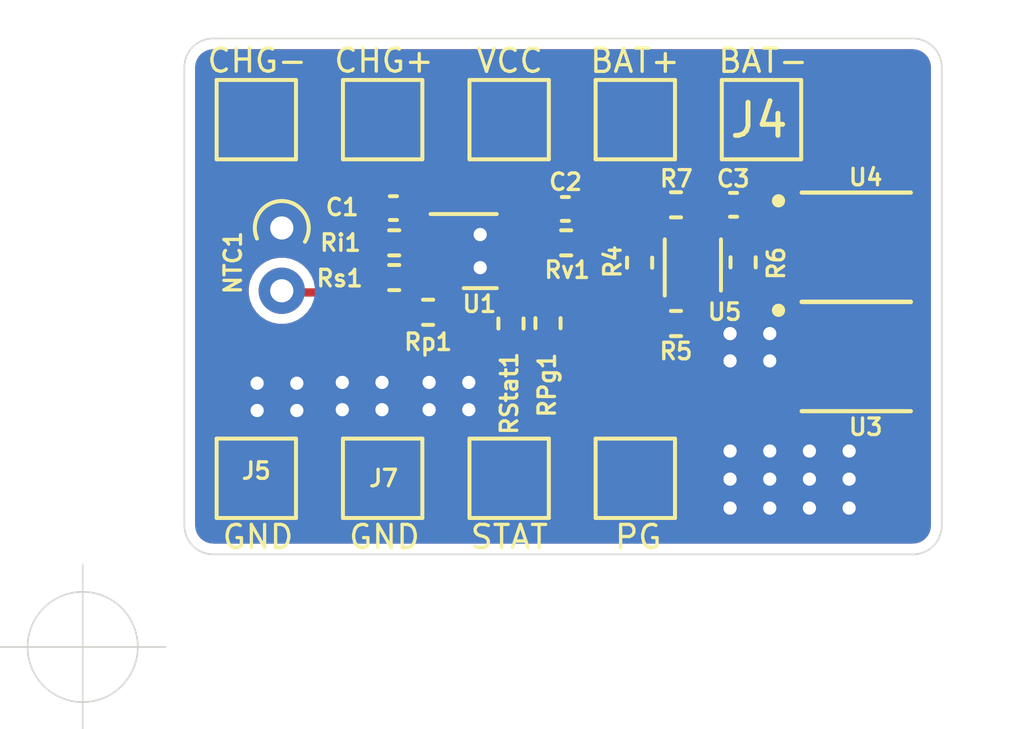
<source format=kicad_pcb>
(kicad_pcb (version 20171130) (host pcbnew "(5.1.8)-1")

  (general
    (thickness 1.6)
    (drawings 19)
    (tracks 185)
    (zones 0)
    (modules 27)
    (nets 18)
  )

  (page A4)
  (layers
    (0 F.Cu signal)
    (31 B.Cu signal)
    (32 B.Adhes user hide)
    (33 F.Adhes user hide)
    (34 B.Paste user)
    (35 F.Paste user)
    (36 B.SilkS user)
    (37 F.SilkS user)
    (38 B.Mask user hide)
    (39 F.Mask user hide)
    (40 Dwgs.User user hide)
    (41 Cmts.User user hide)
    (42 Eco1.User user hide)
    (43 Eco2.User user hide)
    (44 Edge.Cuts user)
    (45 Margin user hide)
    (46 B.CrtYd user hide)
    (47 F.CrtYd user hide)
    (48 B.Fab user hide)
    (49 F.Fab user hide)
  )

  (setup
    (last_trace_width 0.25)
    (trace_clearance 0.1)
    (zone_clearance 0.3)
    (zone_45_only no)
    (trace_min 0.2)
    (via_size 0.8)
    (via_drill 0.4)
    (via_min_size 0.4)
    (via_min_drill 0.3)
    (uvia_size 0.3)
    (uvia_drill 0.1)
    (uvias_allowed no)
    (uvia_min_size 0.2)
    (uvia_min_drill 0.1)
    (edge_width 0.05)
    (segment_width 0.2)
    (pcb_text_width 0.3)
    (pcb_text_size 1.5 1.5)
    (mod_edge_width 0.12)
    (mod_text_size 1 1)
    (mod_text_width 0.15)
    (pad_size 0.6 0.6)
    (pad_drill 0.4)
    (pad_to_mask_clearance 0)
    (aux_axis_origin 136.8 100.2)
    (grid_origin 136.8 100.2)
    (visible_elements 7FFFFFFF)
    (pcbplotparams
      (layerselection 0x010fc_ffffffff)
      (usegerberextensions false)
      (usegerberattributes true)
      (usegerberadvancedattributes true)
      (creategerberjobfile true)
      (excludeedgelayer true)
      (linewidth 0.100000)
      (plotframeref false)
      (viasonmask false)
      (mode 1)
      (useauxorigin false)
      (hpglpennumber 1)
      (hpglpenspeed 20)
      (hpglpendiameter 15.000000)
      (psnegative false)
      (psa4output false)
      (plotreference true)
      (plotvalue true)
      (plotinvisibletext false)
      (padsonsilk false)
      (subtractmaskfromsilk false)
      (outputformat 1)
      (mirror false)
      (drillshape 0)
      (scaleselection 1)
      (outputdirectory "Output/"))
  )

  (net 0 "")
  (net 1 BAT)
  (net 2 "Net-(NTC1-Pad2)")
  (net 3 "Net-(Ri1-Pad1)")
  (net 4 PG)
  (net 5 "Net-(RPg1-Pad1)")
  (net 6 STAT)
  (net 7 "Net-(RStat1-Pad1)")
  (net 8 "Net-(Rv1-Pad1)")
  (net 9 VDD)
  (net 10 "Net-(C+1-Pad1)")
  (net 11 BAT-)
  (net 12 "Net-(C3-Pad1)")
  (net 13 "Net-(R4-Pad1)")
  (net 14 "Net-(R5-Pad1)")
  (net 15 "Net-(R6-Pad1)")
  (net 16 "Net-(Rp1-Pad1)")
  (net 17 "Net-(U3-Pad5)")

  (net_class Default "This is the default net class."
    (clearance 0.1)
    (trace_width 0.25)
    (via_dia 0.8)
    (via_drill 0.4)
    (uvia_dia 0.3)
    (uvia_drill 0.1)
    (add_net BAT)
    (add_net BAT-)
    (add_net "Net-(C+1-Pad1)")
    (add_net "Net-(C3-Pad1)")
    (add_net "Net-(NTC1-Pad2)")
    (add_net "Net-(R4-Pad1)")
    (add_net "Net-(R5-Pad1)")
    (add_net "Net-(R6-Pad1)")
    (add_net "Net-(RPg1-Pad1)")
    (add_net "Net-(RStat1-Pad1)")
    (add_net "Net-(Ri1-Pad1)")
    (add_net "Net-(Rp1-Pad1)")
    (add_net "Net-(Rv1-Pad1)")
    (add_net "Net-(U3-Pad5)")
    (add_net PG)
    (add_net STAT)
    (add_net VDD)
  )

  (module TestPoint:TestPoint_Pad_2.0x2.0mm (layer F.Cu) (tedit 5A0F774F) (tstamp 609A0EC6)
    (at 157.325 84.255)
    (descr "SMD rectangular pad as test Point, square 2.0mm side length")
    (tags "test point SMD pad rectangle square")
    (path /60A9DE40)
    (attr virtual)
    (fp_text reference J4 (at -0.075 0.02) (layer F.SilkS)
      (effects (font (size 1 1) (thickness 0.15)))
    )
    (fp_text value Conn_01x01 (at 0 2.05) (layer F.Fab)
      (effects (font (size 1 1) (thickness 0.15)))
    )
    (fp_line (start 1.5 1.5) (end -1.5 1.5) (layer F.CrtYd) (width 0.05))
    (fp_line (start 1.5 1.5) (end 1.5 -1.5) (layer F.CrtYd) (width 0.05))
    (fp_line (start -1.5 -1.5) (end -1.5 1.5) (layer F.CrtYd) (width 0.05))
    (fp_line (start -1.5 -1.5) (end 1.5 -1.5) (layer F.CrtYd) (width 0.05))
    (fp_line (start -1.2 1.2) (end -1.2 -1.2) (layer F.SilkS) (width 0.12))
    (fp_line (start 1.2 1.2) (end -1.2 1.2) (layer F.SilkS) (width 0.12))
    (fp_line (start 1.2 -1.2) (end 1.2 1.2) (layer F.SilkS) (width 0.12))
    (fp_line (start -1.2 -1.2) (end 1.2 -1.2) (layer F.SilkS) (width 0.12))
    (fp_text user %R (at 0 -2) (layer F.Fab)
      (effects (font (size 1 1) (thickness 0.15)))
    )
    (pad 1 smd rect (at 0 0) (size 2 2) (layers F.Cu F.Mask)
      (net 11 BAT-))
  )

  (module Package_SON:WSON-6_1.5x1.5mm_P0.5mm (layer F.Cu) (tedit 5A02F1D8) (tstamp 6099D9E7)
    (at 155.25 88.63 90)
    (descr "WSON6, http://www.ti.com/lit/ds/symlink/tlv702.pdf")
    (tags WSON6_1.5x1.5mm_P0.5mm)
    (path /6099657D)
    (attr smd)
    (fp_text reference U5 (at -1.44 0.96 180) (layer F.SilkS)
      (effects (font (size 0.5 0.5) (thickness 0.1)))
    )
    (fp_text value BQ2970 (at 0 2 90) (layer F.Fab)
      (effects (font (size 1 1) (thickness 0.15)))
    )
    (fp_line (start -1.2 1.02) (end -1.2 -1.02) (layer F.CrtYd) (width 0.05))
    (fp_line (start -1.2 1.02) (end 1.2 1.02) (layer F.CrtYd) (width 0.05))
    (fp_line (start 1.2 -1.02) (end -1.2 -1.02) (layer F.CrtYd) (width 0.05))
    (fp_line (start 1.2 -1.02) (end 1.2 1.02) (layer F.CrtYd) (width 0.05))
    (fp_line (start 0.785 -0.78) (end 0.785 0.78) (layer F.Fab) (width 0.1))
    (fp_line (start -0.775 0.78) (end 0.785 0.78) (layer F.Fab) (width 0.1))
    (fp_line (start -0.775 -0.5) (end -0.775 0.78) (layer F.Fab) (width 0.1))
    (fp_line (start 0.785 -0.78) (end -0.495 -0.78) (layer F.Fab) (width 0.1))
    (fp_line (start -0.495 -0.78) (end -0.775 -0.5) (layer F.Fab) (width 0.1))
    (fp_line (start -0.795 0.85) (end 0.755 0.85) (layer F.SilkS) (width 0.12))
    (fp_line (start -0.945 -0.85) (end 0.755 -0.85) (layer F.SilkS) (width 0.12))
    (fp_text user %R (at 0.005 0 90) (layer F.Fab)
      (effects (font (size 0.4 0.4) (thickness 0.05)))
    )
    (pad 6 smd rect (at 0.575 -0.5) (size 0.28 0.75) (layers F.Cu F.Paste F.Mask)
      (net 13 "Net-(R4-Pad1)"))
    (pad 5 smd rect (at 0.575 0) (size 0.28 0.75) (layers F.Cu F.Paste F.Mask)
      (net 12 "Net-(C3-Pad1)"))
    (pad 4 smd rect (at 0.575 0.5) (size 0.28 0.75) (layers F.Cu F.Paste F.Mask)
      (net 11 BAT-))
    (pad 3 smd rect (at -0.575 0.5) (size 0.28 0.75) (layers F.Cu F.Paste F.Mask)
      (net 15 "Net-(R6-Pad1)"))
    (pad 2 smd rect (at -0.575 0) (size 0.28 0.75) (layers F.Cu F.Paste F.Mask)
      (net 14 "Net-(R5-Pad1)"))
    (pad 1 smd rect (at -0.525 -0.5) (size 0.28 0.85) (layers F.Cu F.Paste F.Mask))
    (model ${KISYS3DMOD}/Package_SON.3dshapes/WSON-6_1.5x1.5mm_P0.5mm.wrl
      (at (xyz 0 0 0))
      (scale (xyz 1 1 1))
      (rotate (xyz 0 0 0))
    )
  )

  (module CSD16406Q3:CSD16406Q3 (layer F.Cu) (tedit 60995285) (tstamp 6099D9D1)
    (at 160.45 84.94)
    (path /60929C60)
    (fp_text reference U4 (at 0.025 1.06) (layer F.SilkS)
      (effects (font (size 0.5 0.5) (thickness 0.1)))
    )
    (fp_text value CSD16406Q3 (at 0 -0.5) (layer F.Fab)
      (effects (font (size 1 1) (thickness 0.15)))
    )
    (fp_poly (pts (xy 0.95 3.325) (xy 1.4 3.325) (xy 1.4 3.665) (xy 0.95 3.665)) (layer F.Paste) (width 0.01))
    (fp_line (start 1.74 1.27) (end 1.74 5.07) (layer F.CrtYd) (width 0.05))
    (fp_poly (pts (xy 0.95 2.675) (xy 1.4 2.675) (xy 1.4 3.015) (xy 0.95 3.015)) (layer F.Paste) (width 0.01))
    (fp_line (start -1.91 1.52) (end 1.39 1.52) (layer F.Fab) (width 0.127))
    (fp_poly (pts (xy 0.95 3.975) (xy 1.4 3.975) (xy 1.4 4.315) (xy 0.95 4.315)) (layer F.Paste) (width 0.01))
    (fp_poly (pts (xy -0.72 2.025) (xy 0.725 2.025) (xy 0.725 3.045) (xy -0.72 3.045)) (layer F.Paste) (width 0.01))
    (fp_line (start -1.91 4.82) (end 1.39 4.82) (layer F.SilkS) (width 0.127))
    (fp_poly (pts (xy 1.49 1.945) (xy 1.49 2.445) (xy 1.08 2.445) (xy 1.08 2.595)
      (xy 1.49 2.595) (xy 1.49 3.095) (xy 1.08 3.095) (xy 1.08 3.245)
      (xy 1.49 3.245) (xy 1.49 3.745) (xy 1.08 3.745) (xy 1.08 3.895)
      (xy 1.49 3.895) (xy 1.49 4.395) (xy -0.82 4.395) (xy -0.82 1.945)) (layer F.Cu) (width 0.01))
    (fp_poly (pts (xy -1.92 2.675) (xy -1.47 2.675) (xy -1.47 3.015) (xy -1.92 3.015)) (layer F.Paste) (width 0.01))
    (fp_poly (pts (xy -0.92 1.845) (xy 1.59 1.845) (xy 1.59 4.495) (xy -0.92 4.495)) (layer F.Mask) (width 0.01))
    (fp_circle (center -2.61 1.77) (end -2.51 1.77) (layer F.Fab) (width 0.2))
    (fp_poly (pts (xy -1.92 3.975) (xy -1.47 3.975) (xy -1.47 4.315) (xy -1.92 4.315)) (layer F.Paste) (width 0.01))
    (fp_line (start -2.26 1.27) (end 1.74 1.27) (layer F.CrtYd) (width 0.05))
    (fp_line (start -1.91 4.82) (end -1.91 1.52) (layer F.Fab) (width 0.127))
    (fp_poly (pts (xy -1.92 2.025) (xy -1.47 2.025) (xy -1.47 2.365) (xy -1.92 2.365)) (layer F.Paste) (width 0.01))
    (fp_line (start -2.26 5.07) (end -2.26 1.27) (layer F.CrtYd) (width 0.05))
    (fp_line (start 1.39 4.82) (end -1.91 4.82) (layer F.Fab) (width 0.127))
    (fp_poly (pts (xy 0.95 2.025) (xy 1.4 2.025) (xy 1.4 2.365) (xy 0.95 2.365)) (layer F.Paste) (width 0.01))
    (fp_line (start -1.91 1.52) (end 1.39 1.52) (layer F.SilkS) (width 0.127))
    (fp_poly (pts (xy -1.92 3.325) (xy -1.47 3.325) (xy -1.47 3.665) (xy -1.92 3.665)) (layer F.Paste) (width 0.01))
    (fp_poly (pts (xy -0.72 3.295) (xy 0.725 3.295) (xy 0.725 4.315) (xy -0.72 4.315)) (layer F.Paste) (width 0.01))
    (fp_line (start 1.74 5.07) (end -2.26 5.07) (layer F.CrtYd) (width 0.05))
    (fp_circle (center -2.61 1.77) (end -2.51 1.77) (layer F.SilkS) (width 0.2))
    (fp_line (start 1.39 1.52) (end 1.39 4.82) (layer F.Fab) (width 0.127))
    (pad 4 smd rect (at -1.695 4.145) (size 0.63 0.5) (layers F.Cu F.Mask)
      (net 15 "Net-(R6-Pad1)"))
    (pad 2 smd rect (at -1.695 2.845) (size 0.63 0.5) (layers F.Cu F.Mask)
      (net 11 BAT-))
    (pad 3 smd rect (at -1.695 3.495) (size 0.63 0.5) (layers F.Cu F.Mask)
      (net 11 BAT-))
    (pad 8 smd rect (at 1.175 2.195) (size 0.63 0.5) (layers F.Cu)
      (net 17 "Net-(U3-Pad5)"))
    (pad 7 smd rect (at 1.175 2.845) (size 0.63 0.5) (layers F.Cu)
      (net 17 "Net-(U3-Pad5)"))
    (pad 5 smd rect (at 1.175 4.145) (size 0.63 0.5) (layers F.Cu)
      (net 17 "Net-(U3-Pad5)"))
    (pad 1 smd rect (at -1.695 2.195) (size 0.63 0.5) (layers F.Cu F.Mask)
      (net 11 BAT-))
    (pad 6 smd rect (at 1.175 3.495) (size 0.63 0.5) (layers F.Cu)
      (net 17 "Net-(U3-Pad5)"))
  )

  (module CSD16406Q3:CSD16406Q3 (layer F.Cu) (tedit 60995285) (tstamp 6099D9AD)
    (at 160.45 88.25)
    (path /60927B72)
    (fp_text reference U3 (at 0.025 5.3) (layer F.SilkS)
      (effects (font (size 0.5 0.5) (thickness 0.1)))
    )
    (fp_text value CSD16406Q3 (at 0 -0.5) (layer F.Fab)
      (effects (font (size 1 1) (thickness 0.15)))
    )
    (fp_poly (pts (xy 0.95 3.325) (xy 1.4 3.325) (xy 1.4 3.665) (xy 0.95 3.665)) (layer F.Paste) (width 0.01))
    (fp_line (start 1.74 1.27) (end 1.74 5.07) (layer F.CrtYd) (width 0.05))
    (fp_poly (pts (xy 0.95 2.675) (xy 1.4 2.675) (xy 1.4 3.015) (xy 0.95 3.015)) (layer F.Paste) (width 0.01))
    (fp_line (start -1.91 1.52) (end 1.39 1.52) (layer F.Fab) (width 0.127))
    (fp_poly (pts (xy 0.95 3.975) (xy 1.4 3.975) (xy 1.4 4.315) (xy 0.95 4.315)) (layer F.Paste) (width 0.01))
    (fp_poly (pts (xy -0.72 2.025) (xy 0.725 2.025) (xy 0.725 3.045) (xy -0.72 3.045)) (layer F.Paste) (width 0.01))
    (fp_line (start -1.91 4.82) (end 1.39 4.82) (layer F.SilkS) (width 0.127))
    (fp_poly (pts (xy 1.49 1.945) (xy 1.49 2.445) (xy 1.08 2.445) (xy 1.08 2.595)
      (xy 1.49 2.595) (xy 1.49 3.095) (xy 1.08 3.095) (xy 1.08 3.245)
      (xy 1.49 3.245) (xy 1.49 3.745) (xy 1.08 3.745) (xy 1.08 3.895)
      (xy 1.49 3.895) (xy 1.49 4.395) (xy -0.82 4.395) (xy -0.82 1.945)) (layer F.Cu) (width 0.01))
    (fp_poly (pts (xy -1.92 2.675) (xy -1.47 2.675) (xy -1.47 3.015) (xy -1.92 3.015)) (layer F.Paste) (width 0.01))
    (fp_poly (pts (xy -0.92 1.845) (xy 1.59 1.845) (xy 1.59 4.495) (xy -0.92 4.495)) (layer F.Mask) (width 0.01))
    (fp_circle (center -2.61 1.77) (end -2.51 1.77) (layer F.Fab) (width 0.2))
    (fp_poly (pts (xy -1.92 3.975) (xy -1.47 3.975) (xy -1.47 4.315) (xy -1.92 4.315)) (layer F.Paste) (width 0.01))
    (fp_line (start -2.26 1.27) (end 1.74 1.27) (layer F.CrtYd) (width 0.05))
    (fp_line (start -1.91 4.82) (end -1.91 1.52) (layer F.Fab) (width 0.127))
    (fp_poly (pts (xy -1.92 2.025) (xy -1.47 2.025) (xy -1.47 2.365) (xy -1.92 2.365)) (layer F.Paste) (width 0.01))
    (fp_line (start -2.26 5.07) (end -2.26 1.27) (layer F.CrtYd) (width 0.05))
    (fp_line (start 1.39 4.82) (end -1.91 4.82) (layer F.Fab) (width 0.127))
    (fp_poly (pts (xy 0.95 2.025) (xy 1.4 2.025) (xy 1.4 2.365) (xy 0.95 2.365)) (layer F.Paste) (width 0.01))
    (fp_line (start -1.91 1.52) (end 1.39 1.52) (layer F.SilkS) (width 0.127))
    (fp_poly (pts (xy -1.92 3.325) (xy -1.47 3.325) (xy -1.47 3.665) (xy -1.92 3.665)) (layer F.Paste) (width 0.01))
    (fp_poly (pts (xy -0.72 3.295) (xy 0.725 3.295) (xy 0.725 4.315) (xy -0.72 4.315)) (layer F.Paste) (width 0.01))
    (fp_line (start 1.74 5.07) (end -2.26 5.07) (layer F.CrtYd) (width 0.05))
    (fp_circle (center -2.61 1.77) (end -2.51 1.77) (layer F.SilkS) (width 0.2))
    (fp_line (start 1.39 1.52) (end 1.39 4.82) (layer F.Fab) (width 0.127))
    (pad 4 smd rect (at -1.695 4.145) (size 0.63 0.5) (layers F.Cu F.Mask)
      (net 14 "Net-(R5-Pad1)"))
    (pad 2 smd rect (at -1.695 2.845) (size 0.63 0.5) (layers F.Cu F.Mask)
      (net 9 VDD))
    (pad 3 smd rect (at -1.695 3.495) (size 0.63 0.5) (layers F.Cu F.Mask)
      (net 9 VDD))
    (pad 8 smd rect (at 1.175 2.195) (size 0.63 0.5) (layers F.Cu)
      (net 17 "Net-(U3-Pad5)"))
    (pad 7 smd rect (at 1.175 2.845) (size 0.63 0.5) (layers F.Cu)
      (net 17 "Net-(U3-Pad5)"))
    (pad 5 smd rect (at 1.175 4.145) (size 0.63 0.5) (layers F.Cu)
      (net 17 "Net-(U3-Pad5)"))
    (pad 1 smd rect (at -1.695 2.195) (size 0.63 0.5) (layers F.Cu F.Mask)
      (net 9 VDD))
    (pad 6 smd rect (at 1.175 3.495) (size 0.63 0.5) (layers F.Cu)
      (net 17 "Net-(U3-Pad5)"))
  )

  (module Resistor_SMD:R_0402_1005Metric (layer F.Cu) (tedit 5F68FEEE) (tstamp 6099D88F)
    (at 154.74 86.83)
    (descr "Resistor SMD 0402 (1005 Metric), square (rectangular) end terminal, IPC_7351 nominal, (Body size source: IPC-SM-782 page 72, https://www.pcb-3d.com/wordpress/wp-content/uploads/ipc-sm-782a_amendment_1_and_2.pdf), generated with kicad-footprint-generator")
    (tags resistor)
    (path /60997573)
    (attr smd)
    (fp_text reference R7 (at 0.01 -0.79) (layer F.SilkS)
      (effects (font (size 0.5 0.5) (thickness 0.1)))
    )
    (fp_text value 330R (at 0 1.17) (layer F.Fab)
      (effects (font (size 1 1) (thickness 0.15)))
    )
    (fp_line (start 0.93 0.47) (end -0.93 0.47) (layer F.CrtYd) (width 0.05))
    (fp_line (start 0.93 -0.47) (end 0.93 0.47) (layer F.CrtYd) (width 0.05))
    (fp_line (start -0.93 -0.47) (end 0.93 -0.47) (layer F.CrtYd) (width 0.05))
    (fp_line (start -0.93 0.47) (end -0.93 -0.47) (layer F.CrtYd) (width 0.05))
    (fp_line (start -0.153641 0.38) (end 0.153641 0.38) (layer F.SilkS) (width 0.12))
    (fp_line (start -0.153641 -0.38) (end 0.153641 -0.38) (layer F.SilkS) (width 0.12))
    (fp_line (start 0.525 0.27) (end -0.525 0.27) (layer F.Fab) (width 0.1))
    (fp_line (start 0.525 -0.27) (end 0.525 0.27) (layer F.Fab) (width 0.1))
    (fp_line (start -0.525 -0.27) (end 0.525 -0.27) (layer F.Fab) (width 0.1))
    (fp_line (start -0.525 0.27) (end -0.525 -0.27) (layer F.Fab) (width 0.1))
    (fp_text user %R (at 0 0) (layer F.Fab)
      (effects (font (size 0.26 0.26) (thickness 0.04)))
    )
    (pad 2 smd roundrect (at 0.51 0) (size 0.54 0.64) (layers F.Cu F.Paste F.Mask) (roundrect_rratio 0.25)
      (net 12 "Net-(C3-Pad1)"))
    (pad 1 smd roundrect (at -0.51 0) (size 0.54 0.64) (layers F.Cu F.Paste F.Mask) (roundrect_rratio 0.25)
      (net 1 BAT))
    (model ${KISYS3DMOD}/Resistor_SMD.3dshapes/R_0402_1005Metric.wrl
      (at (xyz 0 0 0))
      (scale (xyz 1 1 1))
      (rotate (xyz 0 0 0))
    )
  )

  (module Resistor_SMD:R_0402_1005Metric (layer F.Cu) (tedit 5F68FEEE) (tstamp 6099D87E)
    (at 156.77 88.57 90)
    (descr "Resistor SMD 0402 (1005 Metric), square (rectangular) end terminal, IPC_7351 nominal, (Body size source: IPC-SM-782 page 72, https://www.pcb-3d.com/wordpress/wp-content/uploads/ipc-sm-782a_amendment_1_and_2.pdf), generated with kicad-footprint-generator")
    (tags resistor)
    (path /60972CEE)
    (attr smd)
    (fp_text reference R6 (at -0.03 1 90) (layer F.SilkS)
      (effects (font (size 0.5 0.5) (thickness 0.1)))
    )
    (fp_text value 5.1M (at 0 1.17 90) (layer F.Fab)
      (effects (font (size 1 1) (thickness 0.15)))
    )
    (fp_line (start 0.93 0.47) (end -0.93 0.47) (layer F.CrtYd) (width 0.05))
    (fp_line (start 0.93 -0.47) (end 0.93 0.47) (layer F.CrtYd) (width 0.05))
    (fp_line (start -0.93 -0.47) (end 0.93 -0.47) (layer F.CrtYd) (width 0.05))
    (fp_line (start -0.93 0.47) (end -0.93 -0.47) (layer F.CrtYd) (width 0.05))
    (fp_line (start -0.153641 0.38) (end 0.153641 0.38) (layer F.SilkS) (width 0.12))
    (fp_line (start -0.153641 -0.38) (end 0.153641 -0.38) (layer F.SilkS) (width 0.12))
    (fp_line (start 0.525 0.27) (end -0.525 0.27) (layer F.Fab) (width 0.1))
    (fp_line (start 0.525 -0.27) (end 0.525 0.27) (layer F.Fab) (width 0.1))
    (fp_line (start -0.525 -0.27) (end 0.525 -0.27) (layer F.Fab) (width 0.1))
    (fp_line (start -0.525 0.27) (end -0.525 -0.27) (layer F.Fab) (width 0.1))
    (fp_text user %R (at 0 0 90) (layer F.Fab)
      (effects (font (size 0.26 0.26) (thickness 0.04)))
    )
    (pad 2 smd roundrect (at 0.51 0 90) (size 0.54 0.64) (layers F.Cu F.Paste F.Mask) (roundrect_rratio 0.25)
      (net 11 BAT-))
    (pad 1 smd roundrect (at -0.51 0 90) (size 0.54 0.64) (layers F.Cu F.Paste F.Mask) (roundrect_rratio 0.25)
      (net 15 "Net-(R6-Pad1)"))
    (model ${KISYS3DMOD}/Resistor_SMD.3dshapes/R_0402_1005Metric.wrl
      (at (xyz 0 0 0))
      (scale (xyz 1 1 1))
      (rotate (xyz 0 0 0))
    )
  )

  (module Resistor_SMD:R_0402_1005Metric (layer F.Cu) (tedit 5F68FEEE) (tstamp 6099D86D)
    (at 154.74 90.42 180)
    (descr "Resistor SMD 0402 (1005 Metric), square (rectangular) end terminal, IPC_7351 nominal, (Body size source: IPC-SM-782 page 72, https://www.pcb-3d.com/wordpress/wp-content/uploads/ipc-sm-782a_amendment_1_and_2.pdf), generated with kicad-footprint-generator")
    (tags resistor)
    (path /60955E65)
    (attr smd)
    (fp_text reference R5 (at 0 -0.84) (layer F.SilkS)
      (effects (font (size 0.5 0.5) (thickness 0.1)))
    )
    (fp_text value 5.1M (at 0 1.17) (layer F.Fab)
      (effects (font (size 1 1) (thickness 0.15)))
    )
    (fp_line (start 0.93 0.47) (end -0.93 0.47) (layer F.CrtYd) (width 0.05))
    (fp_line (start 0.93 -0.47) (end 0.93 0.47) (layer F.CrtYd) (width 0.05))
    (fp_line (start -0.93 -0.47) (end 0.93 -0.47) (layer F.CrtYd) (width 0.05))
    (fp_line (start -0.93 0.47) (end -0.93 -0.47) (layer F.CrtYd) (width 0.05))
    (fp_line (start -0.153641 0.38) (end 0.153641 0.38) (layer F.SilkS) (width 0.12))
    (fp_line (start -0.153641 -0.38) (end 0.153641 -0.38) (layer F.SilkS) (width 0.12))
    (fp_line (start 0.525 0.27) (end -0.525 0.27) (layer F.Fab) (width 0.1))
    (fp_line (start 0.525 -0.27) (end 0.525 0.27) (layer F.Fab) (width 0.1))
    (fp_line (start -0.525 -0.27) (end 0.525 -0.27) (layer F.Fab) (width 0.1))
    (fp_line (start -0.525 0.27) (end -0.525 -0.27) (layer F.Fab) (width 0.1))
    (fp_text user %R (at 0 0) (layer F.Fab)
      (effects (font (size 0.26 0.26) (thickness 0.04)))
    )
    (pad 2 smd roundrect (at 0.51 0 180) (size 0.54 0.64) (layers F.Cu F.Paste F.Mask) (roundrect_rratio 0.25)
      (net 9 VDD))
    (pad 1 smd roundrect (at -0.51 0 180) (size 0.54 0.64) (layers F.Cu F.Paste F.Mask) (roundrect_rratio 0.25)
      (net 14 "Net-(R5-Pad1)"))
    (model ${KISYS3DMOD}/Resistor_SMD.3dshapes/R_0402_1005Metric.wrl
      (at (xyz 0 0 0))
      (scale (xyz 1 1 1))
      (rotate (xyz 0 0 0))
    )
  )

  (module Resistor_SMD:R_0402_1005Metric (layer F.Cu) (tedit 5F68FEEE) (tstamp 6099D85C)
    (at 153.64 88.58 270)
    (descr "Resistor SMD 0402 (1005 Metric), square (rectangular) end terminal, IPC_7351 nominal, (Body size source: IPC-SM-782 page 72, https://www.pcb-3d.com/wordpress/wp-content/uploads/ipc-sm-782a_amendment_1_and_2.pdf), generated with kicad-footprint-generator")
    (tags resistor)
    (path /609790B1)
    (attr smd)
    (fp_text reference R4 (at -0.03 0.815 90) (layer F.SilkS)
      (effects (font (size 0.5 0.5) (thickness 0.1)))
    )
    (fp_text value 2.2k (at 0 1.17 90) (layer F.Fab)
      (effects (font (size 1 1) (thickness 0.15)))
    )
    (fp_line (start 0.93 0.47) (end -0.93 0.47) (layer F.CrtYd) (width 0.05))
    (fp_line (start 0.93 -0.47) (end 0.93 0.47) (layer F.CrtYd) (width 0.05))
    (fp_line (start -0.93 -0.47) (end 0.93 -0.47) (layer F.CrtYd) (width 0.05))
    (fp_line (start -0.93 0.47) (end -0.93 -0.47) (layer F.CrtYd) (width 0.05))
    (fp_line (start -0.153641 0.38) (end 0.153641 0.38) (layer F.SilkS) (width 0.12))
    (fp_line (start -0.153641 -0.38) (end 0.153641 -0.38) (layer F.SilkS) (width 0.12))
    (fp_line (start 0.525 0.27) (end -0.525 0.27) (layer F.Fab) (width 0.1))
    (fp_line (start 0.525 -0.27) (end 0.525 0.27) (layer F.Fab) (width 0.1))
    (fp_line (start -0.525 -0.27) (end 0.525 -0.27) (layer F.Fab) (width 0.1))
    (fp_line (start -0.525 0.27) (end -0.525 -0.27) (layer F.Fab) (width 0.1))
    (fp_text user %R (at 0 0 90) (layer F.Fab)
      (effects (font (size 0.26 0.26) (thickness 0.04)))
    )
    (pad 2 smd roundrect (at 0.51 0 270) (size 0.54 0.64) (layers F.Cu F.Paste F.Mask) (roundrect_rratio 0.25)
      (net 9 VDD))
    (pad 1 smd roundrect (at -0.51 0 270) (size 0.54 0.64) (layers F.Cu F.Paste F.Mask) (roundrect_rratio 0.25)
      (net 13 "Net-(R4-Pad1)"))
    (model ${KISYS3DMOD}/Resistor_SMD.3dshapes/R_0402_1005Metric.wrl
      (at (xyz 0 0 0))
      (scale (xyz 1 1 1))
      (rotate (xyz 0 0 0))
    )
  )

  (module TestPoint:TestPoint_Pad_2.0x2.0mm (layer F.Cu) (tedit 5A0F774F) (tstamp 6099D817)
    (at 145.87 95.1)
    (descr "SMD rectangular pad as test Point, square 2.0mm side length")
    (tags "test point SMD pad rectangle square")
    (path /6089E377)
    (attr virtual)
    (fp_text reference J7 (at 0.03 0) (layer F.SilkS)
      (effects (font (size 0.5 0.5) (thickness 0.1)))
    )
    (fp_text value Conn_01x01 (at 0 2.05) (layer F.Fab)
      (effects (font (size 1 1) (thickness 0.15)))
    )
    (fp_line (start 1.5 1.5) (end -1.5 1.5) (layer F.CrtYd) (width 0.05))
    (fp_line (start 1.5 1.5) (end 1.5 -1.5) (layer F.CrtYd) (width 0.05))
    (fp_line (start -1.5 -1.5) (end -1.5 1.5) (layer F.CrtYd) (width 0.05))
    (fp_line (start -1.5 -1.5) (end 1.5 -1.5) (layer F.CrtYd) (width 0.05))
    (fp_line (start -1.2 1.2) (end -1.2 -1.2) (layer F.SilkS) (width 0.12))
    (fp_line (start 1.2 1.2) (end -1.2 1.2) (layer F.SilkS) (width 0.12))
    (fp_line (start 1.2 -1.2) (end 1.2 1.2) (layer F.SilkS) (width 0.12))
    (fp_line (start -1.2 -1.2) (end 1.2 -1.2) (layer F.SilkS) (width 0.12))
    (fp_text user %R (at 0 -2) (layer F.Fab)
      (effects (font (size 1 1) (thickness 0.15)))
    )
    (pad 1 smd rect (at 0 0) (size 2 2) (layers F.Cu F.Mask)
      (net 9 VDD))
  )

  (module TestPoint:TestPoint_Pad_2.0x2.0mm (layer F.Cu) (tedit 5A0F774F) (tstamp 6099D7FB)
    (at 142.05 95.1)
    (descr "SMD rectangular pad as test Point, square 2.0mm side length")
    (tags "test point SMD pad rectangle square")
    (path /6089DA15)
    (attr virtual)
    (fp_text reference J5 (at 0 -0.225) (layer F.SilkS)
      (effects (font (size 0.5 0.5) (thickness 0.1)))
    )
    (fp_text value Conn_01x01 (at 0 2.05) (layer F.Fab)
      (effects (font (size 1 1) (thickness 0.15)))
    )
    (fp_line (start 1.5 1.5) (end -1.5 1.5) (layer F.CrtYd) (width 0.05))
    (fp_line (start 1.5 1.5) (end 1.5 -1.5) (layer F.CrtYd) (width 0.05))
    (fp_line (start -1.5 -1.5) (end -1.5 1.5) (layer F.CrtYd) (width 0.05))
    (fp_line (start -1.5 -1.5) (end 1.5 -1.5) (layer F.CrtYd) (width 0.05))
    (fp_line (start -1.2 1.2) (end -1.2 -1.2) (layer F.SilkS) (width 0.12))
    (fp_line (start 1.2 1.2) (end -1.2 1.2) (layer F.SilkS) (width 0.12))
    (fp_line (start 1.2 -1.2) (end 1.2 1.2) (layer F.SilkS) (width 0.12))
    (fp_line (start -1.2 -1.2) (end 1.2 -1.2) (layer F.SilkS) (width 0.12))
    (fp_text user %R (at 0 -2) (layer F.Fab)
      (effects (font (size 1 1) (thickness 0.15)))
    )
    (pad 1 smd rect (at 0 0) (size 2 2) (layers F.Cu F.Mask)
      (net 9 VDD))
  )

  (module TestPoint:TestPoint_Pad_2.0x2.0mm (layer F.Cu) (tedit 5A0F774F) (tstamp 6099D79F)
    (at 142.05 84.255)
    (descr "SMD rectangular pad as test Point, square 2.0mm side length")
    (tags "test point SMD pad rectangle square")
    (path /6089D1FC)
    (attr virtual)
    (fp_text reference C-1 (at 0.025 -0.055) (layer F.SilkS) hide
      (effects (font (size 0.5 0.5) (thickness 0.1)))
    )
    (fp_text value Conn_01x01 (at 0 2.05) (layer F.Fab)
      (effects (font (size 1 1) (thickness 0.15)))
    )
    (fp_line (start 1.5 1.5) (end -1.5 1.5) (layer F.CrtYd) (width 0.05))
    (fp_line (start 1.5 1.5) (end 1.5 -1.5) (layer F.CrtYd) (width 0.05))
    (fp_line (start -1.5 -1.5) (end -1.5 1.5) (layer F.CrtYd) (width 0.05))
    (fp_line (start -1.5 -1.5) (end 1.5 -1.5) (layer F.CrtYd) (width 0.05))
    (fp_line (start -1.2 1.2) (end -1.2 -1.2) (layer F.SilkS) (width 0.12))
    (fp_line (start 1.2 1.2) (end -1.2 1.2) (layer F.SilkS) (width 0.12))
    (fp_line (start 1.2 -1.2) (end 1.2 1.2) (layer F.SilkS) (width 0.12))
    (fp_line (start -1.2 -1.2) (end 1.2 -1.2) (layer F.SilkS) (width 0.12))
    (fp_text user %R (at 0 -2) (layer F.Fab)
      (effects (font (size 1 1) (thickness 0.15)))
    )
    (pad 1 smd rect (at 0 0) (size 2 2) (layers F.Cu F.Mask)
      (net 9 VDD))
  )

  (module Capacitor_SMD:C_0402_1005Metric (layer F.Cu) (tedit 5F68FEEE) (tstamp 6099D784)
    (at 156.48 86.83)
    (descr "Capacitor SMD 0402 (1005 Metric), square (rectangular) end terminal, IPC_7351 nominal, (Body size source: IPC-SM-782 page 76, https://www.pcb-3d.com/wordpress/wp-content/uploads/ipc-sm-782a_amendment_1_and_2.pdf), generated with kicad-footprint-generator")
    (tags capacitor)
    (path /6099756D)
    (attr smd)
    (fp_text reference C3 (at -0.01 -0.79) (layer F.SilkS)
      (effects (font (size 0.5 0.5) (thickness 0.1)))
    )
    (fp_text value 0.1uF (at 0 1.16) (layer F.Fab)
      (effects (font (size 1 1) (thickness 0.15)))
    )
    (fp_line (start 0.91 0.46) (end -0.91 0.46) (layer F.CrtYd) (width 0.05))
    (fp_line (start 0.91 -0.46) (end 0.91 0.46) (layer F.CrtYd) (width 0.05))
    (fp_line (start -0.91 -0.46) (end 0.91 -0.46) (layer F.CrtYd) (width 0.05))
    (fp_line (start -0.91 0.46) (end -0.91 -0.46) (layer F.CrtYd) (width 0.05))
    (fp_line (start -0.107836 0.36) (end 0.107836 0.36) (layer F.SilkS) (width 0.12))
    (fp_line (start -0.107836 -0.36) (end 0.107836 -0.36) (layer F.SilkS) (width 0.12))
    (fp_line (start 0.5 0.25) (end -0.5 0.25) (layer F.Fab) (width 0.1))
    (fp_line (start 0.5 -0.25) (end 0.5 0.25) (layer F.Fab) (width 0.1))
    (fp_line (start -0.5 -0.25) (end 0.5 -0.25) (layer F.Fab) (width 0.1))
    (fp_line (start -0.5 0.25) (end -0.5 -0.25) (layer F.Fab) (width 0.1))
    (fp_text user %R (at 0 0) (layer F.Fab)
      (effects (font (size 0.25 0.25) (thickness 0.04)))
    )
    (pad 2 smd roundrect (at 0.48 0) (size 0.56 0.62) (layers F.Cu F.Paste F.Mask) (roundrect_rratio 0.25)
      (net 11 BAT-))
    (pad 1 smd roundrect (at -0.48 0) (size 0.56 0.62) (layers F.Cu F.Paste F.Mask) (roundrect_rratio 0.25)
      (net 12 "Net-(C3-Pad1)"))
    (model ${KISYS3DMOD}/Capacitor_SMD.3dshapes/C_0402_1005Metric.wrl
      (at (xyz 0 0 0))
      (scale (xyz 1 1 1))
      (rotate (xyz 0 0 0))
    )
  )

  (module TestPoint:TestPoint_Pad_2.0x2.0mm (layer F.Cu) (tedit 5A0F774F) (tstamp 608846C8)
    (at 153.51 95.1)
    (descr "SMD rectangular pad as test Point, square 2.0mm side length")
    (tags "test point SMD pad rectangle square")
    (path /6089A24F)
    (attr virtual)
    (fp_text reference J3 (at 0.04 0.225) (layer F.SilkS) hide
      (effects (font (size 0.5 0.5) (thickness 0.1)))
    )
    (fp_text value Conn_01x01 (at 0 2.05) (layer F.Fab)
      (effects (font (size 1 1) (thickness 0.15)))
    )
    (fp_line (start -1.2 -1.2) (end 1.2 -1.2) (layer F.SilkS) (width 0.12))
    (fp_line (start 1.2 -1.2) (end 1.2 1.2) (layer F.SilkS) (width 0.12))
    (fp_line (start 1.2 1.2) (end -1.2 1.2) (layer F.SilkS) (width 0.12))
    (fp_line (start -1.2 1.2) (end -1.2 -1.2) (layer F.SilkS) (width 0.12))
    (fp_line (start -1.5 -1.5) (end 1.5 -1.5) (layer F.CrtYd) (width 0.05))
    (fp_line (start -1.5 -1.5) (end -1.5 1.5) (layer F.CrtYd) (width 0.05))
    (fp_line (start 1.5 1.5) (end 1.5 -1.5) (layer F.CrtYd) (width 0.05))
    (fp_line (start 1.5 1.5) (end -1.5 1.5) (layer F.CrtYd) (width 0.05))
    (fp_text user %R (at 0 -2) (layer F.Fab)
      (effects (font (size 1 1) (thickness 0.15)))
    )
    (pad 1 smd rect (at 0 0) (size 2 2) (layers F.Cu F.Mask)
      (net 4 PG))
  )

  (module TestPoint:TestPoint_Pad_2.0x2.0mm (layer F.Cu) (tedit 5A0F774F) (tstamp 608878E8)
    (at 153.51 84.255)
    (descr "SMD rectangular pad as test Point, square 2.0mm side length")
    (tags "test point SMD pad rectangle square")
    (path /608C64A7)
    (attr virtual)
    (fp_text reference J9 (at 0.07 0.005) (layer F.SilkS) hide
      (effects (font (size 0.5 0.5) (thickness 0.1)))
    )
    (fp_text value Conn_01x01 (at 0 2.05) (layer F.Fab)
      (effects (font (size 1 1) (thickness 0.15)))
    )
    (fp_line (start -1.2 -1.2) (end 1.2 -1.2) (layer F.SilkS) (width 0.12))
    (fp_line (start 1.2 -1.2) (end 1.2 1.2) (layer F.SilkS) (width 0.12))
    (fp_line (start 1.2 1.2) (end -1.2 1.2) (layer F.SilkS) (width 0.12))
    (fp_line (start -1.2 1.2) (end -1.2 -1.2) (layer F.SilkS) (width 0.12))
    (fp_line (start -1.5 -1.5) (end 1.5 -1.5) (layer F.CrtYd) (width 0.05))
    (fp_line (start -1.5 -1.5) (end -1.5 1.5) (layer F.CrtYd) (width 0.05))
    (fp_line (start 1.5 1.5) (end 1.5 -1.5) (layer F.CrtYd) (width 0.05))
    (fp_line (start 1.5 1.5) (end -1.5 1.5) (layer F.CrtYd) (width 0.05))
    (fp_text user %R (at 0 -2) (layer F.Fab)
      (effects (font (size 1 1) (thickness 0.15)))
    )
    (pad 1 smd rect (at 0 0) (size 2 2) (layers F.Cu F.Mask)
      (net 1 BAT))
  )

  (module TestPoint:TestPoint_Pad_2.0x2.0mm (layer F.Cu) (tedit 5A0F774F) (tstamp 608846AC)
    (at 149.695 84.255)
    (descr "SMD rectangular pad as test Point, square 2.0mm side length")
    (tags "test point SMD pad rectangle square")
    (path /6089823D)
    (attr virtual)
    (fp_text reference J1 (at -0.075 0.025) (layer F.SilkS) hide
      (effects (font (size 0.5 0.5) (thickness 0.1)))
    )
    (fp_text value Conn_01x01 (at 0 2.05) (layer F.Fab)
      (effects (font (size 1 1) (thickness 0.15)))
    )
    (fp_line (start -1.2 -1.2) (end 1.2 -1.2) (layer F.SilkS) (width 0.12))
    (fp_line (start 1.2 -1.2) (end 1.2 1.2) (layer F.SilkS) (width 0.12))
    (fp_line (start 1.2 1.2) (end -1.2 1.2) (layer F.SilkS) (width 0.12))
    (fp_line (start -1.2 1.2) (end -1.2 -1.2) (layer F.SilkS) (width 0.12))
    (fp_line (start -1.5 -1.5) (end 1.5 -1.5) (layer F.CrtYd) (width 0.05))
    (fp_line (start -1.5 -1.5) (end -1.5 1.5) (layer F.CrtYd) (width 0.05))
    (fp_line (start 1.5 1.5) (end 1.5 -1.5) (layer F.CrtYd) (width 0.05))
    (fp_line (start 1.5 1.5) (end -1.5 1.5) (layer F.CrtYd) (width 0.05))
    (fp_text user %R (at 0 -2) (layer F.Fab)
      (effects (font (size 1 1) (thickness 0.15)))
    )
    (pad 1 smd rect (at 0 0) (size 2 2) (layers F.Cu F.Mask)
      (net 1 BAT))
  )

  (module TestPoint:TestPoint_Pad_2.0x2.0mm (layer F.Cu) (tedit 5A0F774F) (tstamp 60885155)
    (at 145.87 84.255)
    (descr "SMD rectangular pad as test Point, square 2.0mm side length")
    (tags "test point SMD pad rectangle square")
    (path /608A61E7)
    (attr virtual)
    (fp_text reference C+1 (at 0.08 -0.055) (layer F.SilkS) hide
      (effects (font (size 0.5 0.5) (thickness 0.1)))
    )
    (fp_text value Conn_01x01 (at 0 2.05) (layer F.Fab)
      (effects (font (size 1 1) (thickness 0.15)))
    )
    (fp_line (start -1.2 -1.2) (end 1.2 -1.2) (layer F.SilkS) (width 0.12))
    (fp_line (start 1.2 -1.2) (end 1.2 1.2) (layer F.SilkS) (width 0.12))
    (fp_line (start 1.2 1.2) (end -1.2 1.2) (layer F.SilkS) (width 0.12))
    (fp_line (start -1.2 1.2) (end -1.2 -1.2) (layer F.SilkS) (width 0.12))
    (fp_line (start -1.5 -1.5) (end 1.5 -1.5) (layer F.CrtYd) (width 0.05))
    (fp_line (start -1.5 -1.5) (end -1.5 1.5) (layer F.CrtYd) (width 0.05))
    (fp_line (start 1.5 1.5) (end 1.5 -1.5) (layer F.CrtYd) (width 0.05))
    (fp_line (start 1.5 1.5) (end -1.5 1.5) (layer F.CrtYd) (width 0.05))
    (fp_text user %R (at 0 -2) (layer F.Fab)
      (effects (font (size 1 1) (thickness 0.15)))
    )
    (pad 1 smd rect (at 0 0) (size 2 2) (layers F.Cu F.Mask)
      (net 10 "Net-(C+1-Pad1)"))
  )

  (module TestPoint:TestPoint_Pad_2.0x2.0mm (layer F.Cu) (tedit 5A0F774F) (tstamp 608846BA)
    (at 149.695 95.1)
    (descr "SMD rectangular pad as test Point, square 2.0mm side length")
    (tags "test point SMD pad rectangle square")
    (path /60899C04)
    (attr virtual)
    (fp_text reference J2 (at -0.095 0.475) (layer F.SilkS) hide
      (effects (font (size 0.5 0.5) (thickness 0.1)))
    )
    (fp_text value Conn_01x01 (at 0 2.05) (layer F.Fab)
      (effects (font (size 1 1) (thickness 0.15)))
    )
    (fp_line (start -1.2 -1.2) (end 1.2 -1.2) (layer F.SilkS) (width 0.12))
    (fp_line (start 1.2 -1.2) (end 1.2 1.2) (layer F.SilkS) (width 0.12))
    (fp_line (start 1.2 1.2) (end -1.2 1.2) (layer F.SilkS) (width 0.12))
    (fp_line (start -1.2 1.2) (end -1.2 -1.2) (layer F.SilkS) (width 0.12))
    (fp_line (start -1.5 -1.5) (end 1.5 -1.5) (layer F.CrtYd) (width 0.05))
    (fp_line (start -1.5 -1.5) (end -1.5 1.5) (layer F.CrtYd) (width 0.05))
    (fp_line (start 1.5 1.5) (end 1.5 -1.5) (layer F.CrtYd) (width 0.05))
    (fp_line (start 1.5 1.5) (end -1.5 1.5) (layer F.CrtYd) (width 0.05))
    (fp_text user %R (at 0 -2) (layer F.Fab)
      (effects (font (size 1 1) (thickness 0.15)))
    )
    (pad 1 smd rect (at 0 0) (size 2 2) (layers F.Cu F.Mask)
      (net 6 STAT))
  )

  (module Resistor_SMD:R_0402_1005Metric (layer F.Cu) (tedit 5F68FEEE) (tstamp 6087BE6F)
    (at 151.42 87.98)
    (descr "Resistor SMD 0402 (1005 Metric), square (rectangular) end terminal, IPC_7351 nominal, (Body size source: IPC-SM-782 page 72, https://www.pcb-3d.com/wordpress/wp-content/uploads/ipc-sm-782a_amendment_1_and_2.pdf), generated with kicad-footprint-generator")
    (tags resistor)
    (path /6087C9CF)
    (attr smd)
    (fp_text reference Rv1 (at 0.03 0.82) (layer F.SilkS)
      (effects (font (size 0.5 0.5) (thickness 0.1)))
    )
    (fp_text value 27K (at 0 1.17) (layer F.Fab)
      (effects (font (size 1 1) (thickness 0.15)))
    )
    (fp_line (start -0.525 0.27) (end -0.525 -0.27) (layer F.Fab) (width 0.1))
    (fp_line (start -0.525 -0.27) (end 0.525 -0.27) (layer F.Fab) (width 0.1))
    (fp_line (start 0.525 -0.27) (end 0.525 0.27) (layer F.Fab) (width 0.1))
    (fp_line (start 0.525 0.27) (end -0.525 0.27) (layer F.Fab) (width 0.1))
    (fp_line (start -0.153641 -0.38) (end 0.153641 -0.38) (layer F.SilkS) (width 0.12))
    (fp_line (start -0.153641 0.38) (end 0.153641 0.38) (layer F.SilkS) (width 0.12))
    (fp_line (start -0.93 0.47) (end -0.93 -0.47) (layer F.CrtYd) (width 0.05))
    (fp_line (start -0.93 -0.47) (end 0.93 -0.47) (layer F.CrtYd) (width 0.05))
    (fp_line (start 0.93 -0.47) (end 0.93 0.47) (layer F.CrtYd) (width 0.05))
    (fp_line (start 0.93 0.47) (end -0.93 0.47) (layer F.CrtYd) (width 0.05))
    (fp_text user %R (at 0 0) (layer F.Fab)
      (effects (font (size 0.26 0.26) (thickness 0.04)))
    )
    (pad 2 smd roundrect (at 0.51 0) (size 0.54 0.64) (layers F.Cu F.Paste F.Mask) (roundrect_rratio 0.25)
      (net 9 VDD))
    (pad 1 smd roundrect (at -0.51 0) (size 0.54 0.64) (layers F.Cu F.Paste F.Mask) (roundrect_rratio 0.25)
      (net 8 "Net-(Rv1-Pad1)"))
    (model ${KISYS3DMOD}/Resistor_SMD.3dshapes/R_0402_1005Metric.wrl
      (at (xyz 0 0 0))
      (scale (xyz 1 1 1))
      (rotate (xyz 0 0 0))
    )
  )

  (module Resistor_SMD:R_0402_1005Metric (layer F.Cu) (tedit 5F68FEEE) (tstamp 6087BE5E)
    (at 149.75 90.42 270)
    (descr "Resistor SMD 0402 (1005 Metric), square (rectangular) end terminal, IPC_7351 nominal, (Body size source: IPC-SM-782 page 72, https://www.pcb-3d.com/wordpress/wp-content/uploads/ipc-sm-782a_amendment_1_and_2.pdf), generated with kicad-footprint-generator")
    (tags resistor)
    (path /608803DB)
    (attr smd)
    (fp_text reference RStat1 (at 2.11 0.05 90) (layer F.SilkS)
      (effects (font (size 0.5 0.5) (thickness 0.1)))
    )
    (fp_text value 10K (at 0 1.17 90) (layer F.Fab)
      (effects (font (size 1 1) (thickness 0.15)))
    )
    (fp_line (start -0.525 0.27) (end -0.525 -0.27) (layer F.Fab) (width 0.1))
    (fp_line (start -0.525 -0.27) (end 0.525 -0.27) (layer F.Fab) (width 0.1))
    (fp_line (start 0.525 -0.27) (end 0.525 0.27) (layer F.Fab) (width 0.1))
    (fp_line (start 0.525 0.27) (end -0.525 0.27) (layer F.Fab) (width 0.1))
    (fp_line (start -0.153641 -0.38) (end 0.153641 -0.38) (layer F.SilkS) (width 0.12))
    (fp_line (start -0.153641 0.38) (end 0.153641 0.38) (layer F.SilkS) (width 0.12))
    (fp_line (start -0.93 0.47) (end -0.93 -0.47) (layer F.CrtYd) (width 0.05))
    (fp_line (start -0.93 -0.47) (end 0.93 -0.47) (layer F.CrtYd) (width 0.05))
    (fp_line (start 0.93 -0.47) (end 0.93 0.47) (layer F.CrtYd) (width 0.05))
    (fp_line (start 0.93 0.47) (end -0.93 0.47) (layer F.CrtYd) (width 0.05))
    (fp_text user %R (at 0 0 90) (layer F.Fab)
      (effects (font (size 0.26 0.26) (thickness 0.04)))
    )
    (pad 2 smd roundrect (at 0.51 0 270) (size 0.54 0.64) (layers F.Cu F.Paste F.Mask) (roundrect_rratio 0.25)
      (net 6 STAT))
    (pad 1 smd roundrect (at -0.51 0 270) (size 0.54 0.64) (layers F.Cu F.Paste F.Mask) (roundrect_rratio 0.25)
      (net 7 "Net-(RStat1-Pad1)"))
    (model ${KISYS3DMOD}/Resistor_SMD.3dshapes/R_0402_1005Metric.wrl
      (at (xyz 0 0 0))
      (scale (xyz 1 1 1))
      (rotate (xyz 0 0 0))
    )
  )

  (module Resistor_SMD:R_0402_1005Metric (layer F.Cu) (tedit 5F68FEEE) (tstamp 6087BE4D)
    (at 146.22 89.03)
    (descr "Resistor SMD 0402 (1005 Metric), square (rectangular) end terminal, IPC_7351 nominal, (Body size source: IPC-SM-782 page 72, https://www.pcb-3d.com/wordpress/wp-content/uploads/ipc-sm-782a_amendment_1_and_2.pdf), generated with kicad-footprint-generator")
    (tags resistor)
    (path /60883111)
    (attr smd)
    (fp_text reference Rs1 (at -1.65 0.025 180) (layer F.SilkS)
      (effects (font (size 0.5 0.5) (thickness 0.1)))
    )
    (fp_text value 1.9k (at 0 1.17) (layer F.Fab)
      (effects (font (size 1 1) (thickness 0.15)))
    )
    (fp_line (start -0.525 0.27) (end -0.525 -0.27) (layer F.Fab) (width 0.1))
    (fp_line (start -0.525 -0.27) (end 0.525 -0.27) (layer F.Fab) (width 0.1))
    (fp_line (start 0.525 -0.27) (end 0.525 0.27) (layer F.Fab) (width 0.1))
    (fp_line (start 0.525 0.27) (end -0.525 0.27) (layer F.Fab) (width 0.1))
    (fp_line (start -0.153641 -0.38) (end 0.153641 -0.38) (layer F.SilkS) (width 0.12))
    (fp_line (start -0.153641 0.38) (end 0.153641 0.38) (layer F.SilkS) (width 0.12))
    (fp_line (start -0.93 0.47) (end -0.93 -0.47) (layer F.CrtYd) (width 0.05))
    (fp_line (start -0.93 -0.47) (end 0.93 -0.47) (layer F.CrtYd) (width 0.05))
    (fp_line (start 0.93 -0.47) (end 0.93 0.47) (layer F.CrtYd) (width 0.05))
    (fp_line (start 0.93 0.47) (end -0.93 0.47) (layer F.CrtYd) (width 0.05))
    (fp_text user %R (at 0 0) (layer F.Fab)
      (effects (font (size 0.26 0.26) (thickness 0.04)))
    )
    (pad 2 smd roundrect (at 0.51 0) (size 0.54 0.64) (layers F.Cu F.Paste F.Mask) (roundrect_rratio 0.25)
      (net 16 "Net-(Rp1-Pad1)"))
    (pad 1 smd roundrect (at -0.51 0) (size 0.54 0.64) (layers F.Cu F.Paste F.Mask) (roundrect_rratio 0.25)
      (net 2 "Net-(NTC1-Pad2)"))
    (model ${KISYS3DMOD}/Resistor_SMD.3dshapes/R_0402_1005Metric.wrl
      (at (xyz 0 0 0))
      (scale (xyz 1 1 1))
      (rotate (xyz 0 0 0))
    )
  )

  (module Resistor_SMD:R_0402_1005Metric (layer F.Cu) (tedit 5F68FEEE) (tstamp 6087BE3C)
    (at 150.87 90.41 270)
    (descr "Resistor SMD 0402 (1005 Metric), square (rectangular) end terminal, IPC_7351 nominal, (Body size source: IPC-SM-782 page 72, https://www.pcb-3d.com/wordpress/wp-content/uploads/ipc-sm-782a_amendment_1_and_2.pdf), generated with kicad-footprint-generator")
    (tags resistor)
    (path /6088077E)
    (attr smd)
    (fp_text reference RPg1 (at 1.87 0.03 90) (layer F.SilkS)
      (effects (font (size 0.5 0.5) (thickness 0.1)))
    )
    (fp_text value 10K (at 0 1.17 90) (layer F.Fab)
      (effects (font (size 1 1) (thickness 0.15)))
    )
    (fp_line (start -0.525 0.27) (end -0.525 -0.27) (layer F.Fab) (width 0.1))
    (fp_line (start -0.525 -0.27) (end 0.525 -0.27) (layer F.Fab) (width 0.1))
    (fp_line (start 0.525 -0.27) (end 0.525 0.27) (layer F.Fab) (width 0.1))
    (fp_line (start 0.525 0.27) (end -0.525 0.27) (layer F.Fab) (width 0.1))
    (fp_line (start -0.153641 -0.38) (end 0.153641 -0.38) (layer F.SilkS) (width 0.12))
    (fp_line (start -0.153641 0.38) (end 0.153641 0.38) (layer F.SilkS) (width 0.12))
    (fp_line (start -0.93 0.47) (end -0.93 -0.47) (layer F.CrtYd) (width 0.05))
    (fp_line (start -0.93 -0.47) (end 0.93 -0.47) (layer F.CrtYd) (width 0.05))
    (fp_line (start 0.93 -0.47) (end 0.93 0.47) (layer F.CrtYd) (width 0.05))
    (fp_line (start 0.93 0.47) (end -0.93 0.47) (layer F.CrtYd) (width 0.05))
    (fp_text user %R (at 0 0 90) (layer F.Fab)
      (effects (font (size 0.26 0.26) (thickness 0.04)))
    )
    (pad 2 smd roundrect (at 0.51 0 270) (size 0.54 0.64) (layers F.Cu F.Paste F.Mask) (roundrect_rratio 0.25)
      (net 4 PG))
    (pad 1 smd roundrect (at -0.51 0 270) (size 0.54 0.64) (layers F.Cu F.Paste F.Mask) (roundrect_rratio 0.25)
      (net 5 "Net-(RPg1-Pad1)"))
    (model ${KISYS3DMOD}/Resistor_SMD.3dshapes/R_0402_1005Metric.wrl
      (at (xyz 0 0 0))
      (scale (xyz 1 1 1))
      (rotate (xyz 0 0 0))
    )
  )

  (module Resistor_SMD:R_0402_1005Metric (layer F.Cu) (tedit 5F68FEEE) (tstamp 6087BE2B)
    (at 147.245 90.08 180)
    (descr "Resistor SMD 0402 (1005 Metric), square (rectangular) end terminal, IPC_7351 nominal, (Body size source: IPC-SM-782 page 72, https://www.pcb-3d.com/wordpress/wp-content/uploads/ipc-sm-782a_amendment_1_and_2.pdf), generated with kicad-footprint-generator")
    (tags resistor)
    (path /60886AC0)
    (attr smd)
    (fp_text reference Rp1 (at 0 -0.9) (layer F.SilkS)
      (effects (font (size 0.5 0.5) (thickness 0.1)))
    )
    (fp_text value 400k (at 0 1.17) (layer F.Fab)
      (effects (font (size 1 1) (thickness 0.15)))
    )
    (fp_line (start -0.525 0.27) (end -0.525 -0.27) (layer F.Fab) (width 0.1))
    (fp_line (start -0.525 -0.27) (end 0.525 -0.27) (layer F.Fab) (width 0.1))
    (fp_line (start 0.525 -0.27) (end 0.525 0.27) (layer F.Fab) (width 0.1))
    (fp_line (start 0.525 0.27) (end -0.525 0.27) (layer F.Fab) (width 0.1))
    (fp_line (start -0.153641 -0.38) (end 0.153641 -0.38) (layer F.SilkS) (width 0.12))
    (fp_line (start -0.153641 0.38) (end 0.153641 0.38) (layer F.SilkS) (width 0.12))
    (fp_line (start -0.93 0.47) (end -0.93 -0.47) (layer F.CrtYd) (width 0.05))
    (fp_line (start -0.93 -0.47) (end 0.93 -0.47) (layer F.CrtYd) (width 0.05))
    (fp_line (start 0.93 -0.47) (end 0.93 0.47) (layer F.CrtYd) (width 0.05))
    (fp_line (start 0.93 0.47) (end -0.93 0.47) (layer F.CrtYd) (width 0.05))
    (fp_text user %R (at 0 0) (layer F.Fab)
      (effects (font (size 0.26 0.26) (thickness 0.04)))
    )
    (pad 2 smd roundrect (at 0.51 0 180) (size 0.54 0.64) (layers F.Cu F.Paste F.Mask) (roundrect_rratio 0.25)
      (net 9 VDD))
    (pad 1 smd roundrect (at -0.51 0 180) (size 0.54 0.64) (layers F.Cu F.Paste F.Mask) (roundrect_rratio 0.25)
      (net 16 "Net-(Rp1-Pad1)"))
    (model ${KISYS3DMOD}/Resistor_SMD.3dshapes/R_0402_1005Metric.wrl
      (at (xyz 0 0 0))
      (scale (xyz 1 1 1))
      (rotate (xyz 0 0 0))
    )
  )

  (module Resistor_SMD:R_0402_1005Metric (layer F.Cu) (tedit 5F68FEEE) (tstamp 6087BE1A)
    (at 146.22 87.98 180)
    (descr "Resistor SMD 0402 (1005 Metric), square (rectangular) end terminal, IPC_7351 nominal, (Body size source: IPC-SM-782 page 72, https://www.pcb-3d.com/wordpress/wp-content/uploads/ipc-sm-782a_amendment_1_and_2.pdf), generated with kicad-footprint-generator")
    (tags resistor)
    (path /6087CB85)
    (attr smd)
    (fp_text reference Ri1 (at 1.625 0 180) (layer F.SilkS)
      (effects (font (size 0.5 0.5) (thickness 0.1)))
    )
    (fp_text value 600R (at 0 1.17) (layer F.Fab)
      (effects (font (size 1 1) (thickness 0.15)))
    )
    (fp_line (start -0.525 0.27) (end -0.525 -0.27) (layer F.Fab) (width 0.1))
    (fp_line (start -0.525 -0.27) (end 0.525 -0.27) (layer F.Fab) (width 0.1))
    (fp_line (start 0.525 -0.27) (end 0.525 0.27) (layer F.Fab) (width 0.1))
    (fp_line (start 0.525 0.27) (end -0.525 0.27) (layer F.Fab) (width 0.1))
    (fp_line (start -0.153641 -0.38) (end 0.153641 -0.38) (layer F.SilkS) (width 0.12))
    (fp_line (start -0.153641 0.38) (end 0.153641 0.38) (layer F.SilkS) (width 0.12))
    (fp_line (start -0.93 0.47) (end -0.93 -0.47) (layer F.CrtYd) (width 0.05))
    (fp_line (start -0.93 -0.47) (end 0.93 -0.47) (layer F.CrtYd) (width 0.05))
    (fp_line (start 0.93 -0.47) (end 0.93 0.47) (layer F.CrtYd) (width 0.05))
    (fp_line (start 0.93 0.47) (end -0.93 0.47) (layer F.CrtYd) (width 0.05))
    (fp_text user %R (at 0 0) (layer F.Fab)
      (effects (font (size 0.26 0.26) (thickness 0.04)))
    )
    (pad 2 smd roundrect (at 0.51 0 180) (size 0.54 0.64) (layers F.Cu F.Paste F.Mask) (roundrect_rratio 0.25)
      (net 9 VDD))
    (pad 1 smd roundrect (at -0.51 0 180) (size 0.54 0.64) (layers F.Cu F.Paste F.Mask) (roundrect_rratio 0.25)
      (net 3 "Net-(Ri1-Pad1)"))
    (model ${KISYS3DMOD}/Resistor_SMD.3dshapes/R_0402_1005Metric.wrl
      (at (xyz 0 0 0))
      (scale (xyz 1 1 1))
      (rotate (xyz 0 0 0))
    )
  )

  (module Capacitor_SMD:C_0402_1005Metric (layer F.Cu) (tedit 5F68FEEE) (tstamp 6087BDFB)
    (at 151.395 86.955 180)
    (descr "Capacitor SMD 0402 (1005 Metric), square (rectangular) end terminal, IPC_7351 nominal, (Body size source: IPC-SM-782 page 76, https://www.pcb-3d.com/wordpress/wp-content/uploads/ipc-sm-782a_amendment_1_and_2.pdf), generated with kicad-footprint-generator")
    (tags capacitor)
    (path /6087F38E)
    (attr smd)
    (fp_text reference C2 (at -0.005 0.815) (layer F.SilkS)
      (effects (font (size 0.5 0.5) (thickness 0.1)))
    )
    (fp_text value 1uF (at 0 1.16) (layer F.Fab)
      (effects (font (size 1 1) (thickness 0.15)))
    )
    (fp_line (start -0.5 0.25) (end -0.5 -0.25) (layer F.Fab) (width 0.1))
    (fp_line (start -0.5 -0.25) (end 0.5 -0.25) (layer F.Fab) (width 0.1))
    (fp_line (start 0.5 -0.25) (end 0.5 0.25) (layer F.Fab) (width 0.1))
    (fp_line (start 0.5 0.25) (end -0.5 0.25) (layer F.Fab) (width 0.1))
    (fp_line (start -0.107836 -0.36) (end 0.107836 -0.36) (layer F.SilkS) (width 0.12))
    (fp_line (start -0.107836 0.36) (end 0.107836 0.36) (layer F.SilkS) (width 0.12))
    (fp_line (start -0.91 0.46) (end -0.91 -0.46) (layer F.CrtYd) (width 0.05))
    (fp_line (start -0.91 -0.46) (end 0.91 -0.46) (layer F.CrtYd) (width 0.05))
    (fp_line (start 0.91 -0.46) (end 0.91 0.46) (layer F.CrtYd) (width 0.05))
    (fp_line (start 0.91 0.46) (end -0.91 0.46) (layer F.CrtYd) (width 0.05))
    (fp_text user %R (at 0 0) (layer F.Fab)
      (effects (font (size 0.25 0.25) (thickness 0.04)))
    )
    (pad 2 smd roundrect (at 0.48 0 180) (size 0.56 0.62) (layers F.Cu F.Paste F.Mask) (roundrect_rratio 0.25)
      (net 1 BAT))
    (pad 1 smd roundrect (at -0.48 0 180) (size 0.56 0.62) (layers F.Cu F.Paste F.Mask) (roundrect_rratio 0.25)
      (net 9 VDD))
    (model ${KISYS3DMOD}/Capacitor_SMD.3dshapes/C_0402_1005Metric.wrl
      (at (xyz 0 0 0))
      (scale (xyz 1 1 1))
      (rotate (xyz 0 0 0))
    )
  )

  (module Capacitor_SMD:C_0402_1005Metric (layer F.Cu) (tedit 5F68FEEE) (tstamp 6087BDEA)
    (at 146.195 86.93 180)
    (descr "Capacitor SMD 0402 (1005 Metric), square (rectangular) end terminal, IPC_7351 nominal, (Body size source: IPC-SM-782 page 76, https://www.pcb-3d.com/wordpress/wp-content/uploads/ipc-sm-782a_amendment_1_and_2.pdf), generated with kicad-footprint-generator")
    (tags capacitor)
    (path /6087C1AC)
    (attr smd)
    (fp_text reference C1 (at 1.55 0.025) (layer F.SilkS)
      (effects (font (size 0.5 0.5) (thickness 0.1)))
    )
    (fp_text value 1uF (at 0 1.16) (layer F.Fab)
      (effects (font (size 1 1) (thickness 0.15)))
    )
    (fp_line (start -0.5 0.25) (end -0.5 -0.25) (layer F.Fab) (width 0.1))
    (fp_line (start -0.5 -0.25) (end 0.5 -0.25) (layer F.Fab) (width 0.1))
    (fp_line (start 0.5 -0.25) (end 0.5 0.25) (layer F.Fab) (width 0.1))
    (fp_line (start 0.5 0.25) (end -0.5 0.25) (layer F.Fab) (width 0.1))
    (fp_line (start -0.107836 -0.36) (end 0.107836 -0.36) (layer F.SilkS) (width 0.12))
    (fp_line (start -0.107836 0.36) (end 0.107836 0.36) (layer F.SilkS) (width 0.12))
    (fp_line (start -0.91 0.46) (end -0.91 -0.46) (layer F.CrtYd) (width 0.05))
    (fp_line (start -0.91 -0.46) (end 0.91 -0.46) (layer F.CrtYd) (width 0.05))
    (fp_line (start 0.91 -0.46) (end 0.91 0.46) (layer F.CrtYd) (width 0.05))
    (fp_line (start 0.91 0.46) (end -0.91 0.46) (layer F.CrtYd) (width 0.05))
    (fp_text user %R (at 0 0) (layer F.Fab)
      (effects (font (size 0.25 0.25) (thickness 0.04)))
    )
    (pad 2 smd roundrect (at 0.48 0 180) (size 0.56 0.62) (layers F.Cu F.Paste F.Mask) (roundrect_rratio 0.25)
      (net 9 VDD))
    (pad 1 smd roundrect (at -0.48 0 180) (size 0.56 0.62) (layers F.Cu F.Paste F.Mask) (roundrect_rratio 0.25)
      (net 10 "Net-(C+1-Pad1)"))
    (model ${KISYS3DMOD}/Capacitor_SMD.3dshapes/C_0402_1005Metric.wrl
      (at (xyz 0 0 0))
      (scale (xyz 1 1 1))
      (rotate (xyz 0 0 0))
    )
  )

  (module Package_SON:WSON-8-1EP_2x2mm_P0.5mm_EP0.9x1.6mm_ThermalVias (layer F.Cu) (tedit 6087D64B) (tstamp 6087BE8D)
    (at 148.82 88.23)
    (descr "8-Lead Plastic WSON, 2x2mm Body, 0.5mm Pitch, WSON-8, http://www.ti.com/lit/ds/symlink/lm27761.pdf")
    (tags "WSON 8 1EP ThermalVias")
    (path /6087BA77)
    (attr smd)
    (fp_text reference U1 (at -0.025 1.6 180) (layer F.SilkS)
      (effects (font (size 0.5 0.5) (thickness 0.1)))
    )
    (fp_text value BQ25170 (at 0.01 2.14) (layer F.Fab)
      (effects (font (size 1 1) (thickness 0.15)))
    )
    (fp_line (start -0.5 -1) (end -1 -0.5) (layer F.Fab) (width 0.1))
    (fp_line (start -1 1) (end -1 -0.5) (layer F.Fab) (width 0.1))
    (fp_line (start 1 1) (end -1 1) (layer F.Fab) (width 0.1))
    (fp_line (start 1 -1) (end 1 1) (layer F.Fab) (width 0.1))
    (fp_line (start -0.5 -1) (end 1 -1) (layer F.Fab) (width 0.1))
    (fp_line (start -1.6 -1.25) (end -1.6 1.25) (layer F.CrtYd) (width 0.05))
    (fp_line (start 1.6 -1.25) (end 1.6 1.25) (layer F.CrtYd) (width 0.05))
    (fp_line (start -1.6 -1.25) (end 1.6 -1.25) (layer F.CrtYd) (width 0.05))
    (fp_line (start -1.6 1.25) (end 1.6 1.25) (layer F.CrtYd) (width 0.05))
    (fp_line (start 0.5 1.12) (end -0.5 1.12) (layer F.SilkS) (width 0.12))
    (fp_line (start -1.5 -1.12) (end 0.5 -1.12) (layer F.SilkS) (width 0.12))
    (fp_text user %R (at 0 0) (layer F.Fab)
      (effects (font (size 0.7 0.7) (thickness 0.1)))
    )
    (pad "" smd rect (at 0 -0.4) (size 0.75 0.65) (layers F.Paste))
    (pad "" smd rect (at 0 0.4) (size 0.75 0.65) (layers F.Paste))
    (pad 9 smd rect (at 0 0) (size 0.9 1.6) (layers B.Cu)
      (net 9 VDD))
    (pad 6 smd rect (at 0.95 0.25) (size 0.5 0.25) (layers F.Cu F.Paste F.Mask)
      (net 5 "Net-(RPg1-Pad1)"))
    (pad 5 smd rect (at 0.95 0.75) (size 0.5 0.25) (layers F.Cu F.Paste F.Mask)
      (net 7 "Net-(RStat1-Pad1)"))
    (pad 4 smd rect (at -0.95 0.75) (size 0.5 0.25) (layers F.Cu F.Paste F.Mask)
      (net 9 VDD))
    (pad 2 smd rect (at -0.95 -0.25) (size 0.5 0.25) (layers F.Cu F.Paste F.Mask)
      (net 3 "Net-(Ri1-Pad1)"))
    (pad 1 smd rect (at -0.95 -0.75) (size 0.5 0.25) (layers F.Cu F.Paste F.Mask)
      (net 10 "Net-(C+1-Pad1)"))
    (pad 9 smd rect (at 0 0) (size 0.9 1.6) (layers F.Cu F.Mask)
      (net 9 VDD))
    (pad 9 thru_hole circle (at 0 0.5) (size 0.6 0.6) (drill 0.4) (layers *.Cu)
      (net 9 VDD))
    (pad 9 thru_hole circle (at 0 -0.5) (size 0.6 0.6) (drill 0.4) (layers *.Cu)
      (net 9 VDD))
    (pad 8 smd rect (at 0.95 -0.75) (size 0.5 0.25) (layers F.Cu F.Paste F.Mask)
      (net 1 BAT))
    (pad 7 smd rect (at 0.95 -0.25) (size 0.5 0.25) (layers F.Cu F.Paste F.Mask)
      (net 8 "Net-(Rv1-Pad1)"))
    (pad 3 smd rect (at -0.95 0.25) (size 0.5 0.25) (layers F.Cu F.Paste F.Mask)
      (net 16 "Net-(Rp1-Pad1)"))
    (model ${KISYS3DMOD}/Package_SON.3dshapes/WSON-8-1EP_2x2mm_P0.5mm_EP0.9x1.6mm.wrl
      (at (xyz 0 0 0))
      (scale (xyz 1 1 1))
      (rotate (xyz 0 0 0))
    )
  )

  (module Resistor_THT:R_Axial_DIN0204_L3.6mm_D1.6mm_P1.90mm_Vertical (layer F.Cu) (tedit 5AE5139B) (tstamp 6087BE09)
    (at 142.82 87.53 270)
    (descr "Resistor, Axial_DIN0204 series, Axial, Vertical, pin pitch=1.9mm, 0.167W, length*diameter=3.6*1.6mm^2, http://cdn-reichelt.de/documents/datenblatt/B400/1_4W%23YAG.pdf")
    (tags "Resistor Axial_DIN0204 series Axial Vertical pin pitch 1.9mm 0.167W length 3.6mm diameter 1.6mm")
    (path /60881AA1)
    (fp_text reference NTC1 (at 1.05 1.475 90) (layer F.SilkS)
      (effects (font (size 0.5 0.5) (thickness 0.1)))
    )
    (fp_text value " 103AT-2" (at 0.95 1.92 90) (layer F.Fab)
      (effects (font (size 1 1) (thickness 0.15)))
    )
    (fp_circle (center 0 0) (end 0.8 0) (layer F.Fab) (width 0.1))
    (fp_line (start 0 0) (end 1.9 0) (layer F.Fab) (width 0.1))
    (fp_line (start -1.05 -1.05) (end -1.05 1.05) (layer F.CrtYd) (width 0.05))
    (fp_line (start -1.05 1.05) (end 2.86 1.05) (layer F.CrtYd) (width 0.05))
    (fp_line (start 2.86 1.05) (end 2.86 -1.05) (layer F.CrtYd) (width 0.05))
    (fp_line (start 2.86 -1.05) (end -1.05 -1.05) (layer F.CrtYd) (width 0.05))
    (fp_text user %R (at 0.95 -1.92 90) (layer F.Fab)
      (effects (font (size 1 1) (thickness 0.15)))
    )
    (fp_arc (start 0 0) (end 0.417133 -0.7) (angle -233.92106) (layer F.SilkS) (width 0.12))
    (pad 2 thru_hole oval (at 1.9 0 270) (size 1.4 1.4) (drill 0.7) (layers *.Cu *.Mask)
      (net 2 "Net-(NTC1-Pad2)"))
    (pad 1 thru_hole circle (at 0 0 270) (size 1.4 1.4) (drill 0.7) (layers *.Cu *.Mask)
      (net 9 VDD))
    (model ${KISYS3DMOD}/Resistor_THT.3dshapes/R_Axial_DIN0204_L3.6mm_D1.6mm_P1.90mm_Vertical.wrl
      (at (xyz 0 0 0))
      (scale (xyz 1 1 1))
      (rotate (xyz 0 0 0))
    )
  )

  (gr_arc (start 161.905 96.53) (end 161.904999 97.4) (angle -90.00006586) (layer Edge.Cuts) (width 0.05) (tstamp 609A311E))
  (gr_arc (start 140.75 96.525) (end 139.875 96.524999) (angle -90.00006548) (layer Edge.Cuts) (width 0.05) (tstamp 609A30FF))
  (gr_arc (start 140.749999 82.675) (end 140.75 81.8) (angle -90) (layer Edge.Cuts) (width 0.05) (tstamp 609A30F3))
  (gr_arc (start 161.9 82.674999) (end 162.775 82.675) (angle -90) (layer Edge.Cuts) (width 0.05))
  (gr_arc (start 162.925 81.45) (end 162.925 81.75) (angle -96.34019175) (layer Dwgs.User) (width 0.15))
  (gr_text PG (at 153.6 96.875) (layer F.SilkS) (tstamp 609A2D33)
    (effects (font (size 0.7 0.7) (thickness 0.1)))
  )
  (gr_text STAT (at 149.7 96.875) (layer F.SilkS) (tstamp 609A2D31)
    (effects (font (size 0.7 0.7) (thickness 0.1)))
  )
  (gr_text GND (at 145.925 96.875) (layer F.SilkS) (tstamp 609A2D11)
    (effects (font (size 0.7 0.7) (thickness 0.1)))
  )
  (gr_text GND (at 142.1 96.875) (layer F.SilkS) (tstamp 609A2D0B)
    (effects (font (size 0.7 0.7) (thickness 0.1)))
  )
  (gr_text BAT- (at 157.375 82.475) (layer F.SilkS) (tstamp 609A1D22)
    (effects (font (size 0.7 0.7) (thickness 0.1)))
  )
  (gr_text CHG- (at 142.075 82.47) (layer F.SilkS) (tstamp 609A1CEE)
    (effects (font (size 0.7 0.7) (thickness 0.1)))
  )
  (gr_line (start 161.900001 81.799999) (end 140.75 81.8) (layer Edge.Cuts) (width 0.05))
  (gr_line (start 162.775 96.53) (end 162.775 82.675) (layer Edge.Cuts) (width 0.05))
  (gr_line (start 140.75 97.4) (end 161.904999 97.4) (layer Edge.Cuts) (width 0.05))
  (gr_line (start 139.874999 82.674999) (end 139.875 96.524999) (layer Edge.Cuts) (width 0.05))
  (gr_text BAT+ (at 153.5 82.475) (layer F.SilkS) (tstamp 60886F45)
    (effects (font (size 0.7 0.7) (thickness 0.1)))
  )
  (target plus (at 136.8 100.2) (size 5) (width 0.05) (layer Edge.Cuts))
  (gr_text CHG+ (at 145.91 82.47) (layer F.SilkS) (tstamp 60886488)
    (effects (font (size 0.7 0.7) (thickness 0.1)))
  )
  (gr_text VCC (at 149.71 82.475) (layer F.SilkS)
    (effects (font (size 0.7 0.7) (thickness 0.1)))
  )

  (segment (start 150.295 86.955) (end 149.77 87.48) (width 0.25) (layer F.Cu) (net 1))
  (segment (start 150.915 86.955) (end 150.295 86.955) (width 0.25) (layer F.Cu) (net 1))
  (segment (start 149.795 84.28) (end 150.145 84.63) (width 0.25) (layer F.Cu) (net 1))
  (segment (start 150.915 85.375) (end 149.795 84.255) (width 0.25) (layer F.Cu) (net 1))
  (segment (start 150.915 86.955) (end 150.915 85.375) (width 0.25) (layer F.Cu) (net 1))
  (segment (start 149.77 84.28) (end 149.795 84.255) (width 0.25) (layer F.Cu) (net 1))
  (segment (start 149.77 87.48) (end 149.77 84.28) (width 0.25) (layer F.Cu) (net 1))
  (segment (start 149.645 87.48) (end 149.645 84.28) (width 0.25) (layer F.Cu) (net 1) (tstamp 6088553A))
  (segment (start 150.045 86.38) (end 148.925 85.26) (width 0.25) (layer F.Cu) (net 1) (tstamp 6088554B))
  (segment (start 150.195 86.23) (end 149.075 85.11) (width 0.25) (layer F.Cu) (net 1) (tstamp 6088554D))
  (segment (start 150.27 86.08) (end 149.15 84.96) (width 0.25) (layer F.Cu) (net 1) (tstamp 60885550))
  (segment (start 149.92 87.13) (end 149.92 83.93) (width 0.25) (layer F.Cu) (net 1) (tstamp 60885564))
  (segment (start 150.045 87.03) (end 150.045 83.83) (width 0.25) (layer F.Cu) (net 1) (tstamp 60885566))
  (segment (start 150.245 86.93) (end 150.245 83.73) (width 0.25) (layer F.Cu) (net 1) (tstamp 60885568))
  (segment (start 150.42 86.855) (end 150.42 83.655) (width 0.25) (layer F.Cu) (net 1) (tstamp 6088556A))
  (segment (start 150.595 86.855) (end 150.595 83.655) (width 0.25) (layer F.Cu) (net 1) (tstamp 6088556C))
  (segment (start 150.745 86.805) (end 150.745 85.225) (width 0.25) (layer F.Cu) (net 1) (tstamp 60885571))
  (segment (start 149.695 84.255) (end 153.52 84.255) (width 0.25) (layer F.Cu) (net 1))
  (segment (start 149.695 84.13) (end 153.52 84.13) (width 0.25) (layer F.Cu) (net 1) (tstamp 60886EBA))
  (segment (start 149.695 83.93) (end 153.52 83.93) (width 0.25) (layer F.Cu) (net 1) (tstamp 60886EBC))
  (segment (start 149.695 83.73) (end 153.52 83.73) (width 0.25) (layer F.Cu) (net 1) (tstamp 60886EBE))
  (segment (start 149.695 83.53) (end 153.52 83.53) (width 0.25) (layer F.Cu) (net 1) (tstamp 60886EC0))
  (segment (start 149.695 83.43) (end 153.52 83.43) (width 0.25) (layer F.Cu) (net 1) (tstamp 60886EC2))
  (segment (start 149.695 84.43) (end 153.52 84.43) (width 0.25) (layer F.Cu) (net 1) (tstamp 60886EC4))
  (segment (start 149.695 84.83) (end 153.52 84.83) (width 0.25) (layer F.Cu) (net 1) (tstamp 60886EC6))
  (segment (start 149.695 84.63) (end 153.52 84.63) (width 0.25) (layer F.Cu) (net 1) (tstamp 60886EC8))
  (segment (start 149.695 85.03) (end 153.52 85.03) (width 0.25) (layer F.Cu) (net 1) (tstamp 60886ECA))
  (segment (start 149.695 85.13) (end 153.52 85.13) (width 0.25) (layer F.Cu) (net 1) (tstamp 60886ECC))
  (segment (start 151.62 84.73) (end 150.5 85.85) (width 0.25) (layer F.Cu) (net 1) (tstamp 60886EEB))
  (segment (start 151.72 84.83) (end 150.6 85.95) (width 0.25) (layer F.Cu) (net 1) (tstamp 60886EEF))
  (segment (start 151.82 84.93) (end 150.7 86.05) (width 0.25) (layer F.Cu) (net 1) (tstamp 60886EF1))
  (segment (start 154.23 85.065) (end 154.23 86.83) (width 0.25) (layer F.Cu) (net 1))
  (segment (start 153.42 84.255) (end 154.23 85.065) (width 0.25) (layer F.Cu) (net 1))
  (segment (start 154.29 85.04) (end 154.29 86.805) (width 0.25) (layer F.Cu) (net 1) (tstamp 609A086E))
  (segment (start 153.46 84.71) (end 154.27 85.52) (width 0.25) (layer F.Cu) (net 1) (tstamp 609A08B5))
  (segment (start 153.45 85.03) (end 154.26 85.84) (width 0.25) (layer F.Cu) (net 1) (tstamp 609A08B7))
  (segment (start 153.4 85.18) (end 154.21 85.99) (width 0.25) (layer F.Cu) (net 1) (tstamp 609A08B9))
  (segment (start 154.08 85.045) (end 154.08 86.81) (width 0.25) (layer F.Cu) (net 1) (tstamp 609A08BD))
  (segment (start 154.38 85.035) (end 154.38 86.8) (width 0.25) (layer F.Cu) (net 1) (tstamp 609A08DE))
  (segment (start 150.78 87.14) (end 150.16 87.14) (width 0.25) (layer F.Cu) (net 1) (tstamp 609A0A11))
  (segment (start 151.06 86.95) (end 151.06 85.37) (width 0.25) (layer F.Cu) (net 1) (tstamp 609A0A33))
  (segment (start 145.26 89.48) (end 145.71 89.03) (width 0.25) (layer F.Cu) (net 2))
  (segment (start 142.995 89.48) (end 145.26 89.48) (width 0.25) (layer F.Cu) (net 2))
  (segment (start 146.73 87.98) (end 147.87 87.98) (width 0.25) (layer F.Cu) (net 3))
  (segment (start 150.87 90.92) (end 151.095 90.92) (width 0.7) (layer F.Cu) (net 4))
  (segment (start 153.51 93.335) (end 153.51 95.1) (width 0.7) (layer F.Cu) (net 4))
  (segment (start 151.095 90.92) (end 153.51 93.335) (width 0.7) (layer F.Cu) (net 4))
  (segment (start 149.77 88.48) (end 149.945 88.48) (width 0.25) (layer F.Cu) (net 5))
  (segment (start 150.87 89.125) (end 150.87 89.9) (width 0.25) (layer F.Cu) (net 5))
  (segment (start 150.225 88.48) (end 150.87 89.125) (width 0.25) (layer F.Cu) (net 5))
  (segment (start 149.77 88.48) (end 150.225 88.48) (width 0.25) (layer F.Cu) (net 5))
  (segment (start 149.75 95.045) (end 149.695 95.1) (width 0.25) (layer F.Cu) (net 6))
  (segment (start 149.75 90.93) (end 149.75 95.045) (width 0.75) (layer F.Cu) (net 6))
  (segment (start 149.77 89.94) (end 149.91 90.08) (width 0.25) (layer F.Cu) (net 7))
  (segment (start 149.77 88.98) (end 149.77 89.94) (width 0.25) (layer F.Cu) (net 7))
  (segment (start 149.77 87.98) (end 150.91 87.98) (width 0.25) (layer F.Cu) (net 8))
  (segment (start 145.31 87.58) (end 145.71 87.98) (width 0.25) (layer F.Cu) (net 9))
  (segment (start 142.995 87.58) (end 145.31 87.58) (width 0.25) (layer F.Cu) (net 9))
  (segment (start 145.715 87.975) (end 145.71 87.98) (width 0.25) (layer F.Cu) (net 9))
  (segment (start 145.715 86.93) (end 145.715 87.975) (width 0.25) (layer F.Cu) (net 9))
  (segment (start 151.875 87.925) (end 151.93 87.98) (width 0.25) (layer F.Cu) (net 9))
  (segment (start 151.875 86.955) (end 151.875 87.925) (width 0.25) (layer F.Cu) (net 9))
  (segment (start 146.73 90.075) (end 146.735 90.08) (width 0.25) (layer F.Cu) (net 9))
  (segment (start 148.57 88.98) (end 148.82 88.73) (width 0.25) (layer F.Cu) (net 9))
  (segment (start 147.87 88.98) (end 148.57 88.98) (width 0.25) (layer F.Cu) (net 9))
  (via (at 156.375 90.725) (size 0.5) (drill 0.4) (layers F.Cu B.Cu) (net 9))
  (via (at 157.575 90.725) (size 0.5) (drill 0.4) (layers F.Cu B.Cu) (net 9))
  (via (at 157.575 91.55) (size 0.5) (drill 0.4) (layers F.Cu B.Cu) (net 9) (tstamp 609A1ACE))
  (via (at 156.375 91.55) (size 0.5) (drill 0.4) (layers F.Cu B.Cu) (net 9) (tstamp 609A1ACF))
  (segment (start 158.755 91.095) (end 158.755 91.745) (width 0.25) (layer F.Cu) (net 9))
  (via (at 143.275 93.05) (size 0.5) (drill 0.4) (layers F.Cu B.Cu) (net 9) (tstamp 609A2C4B))
  (via (at 143.275 92.225) (size 0.5) (drill 0.4) (layers F.Cu B.Cu) (net 9) (tstamp 609A2C4C))
  (via (at 142.075 93.05) (size 0.5) (drill 0.4) (layers F.Cu B.Cu) (net 9) (tstamp 609A2C4D))
  (via (at 142.075 92.225) (size 0.5) (drill 0.4) (layers F.Cu B.Cu) (net 9) (tstamp 609A2C4E))
  (via (at 145.85 92.2) (size 0.5) (drill 0.4) (layers F.Cu B.Cu) (net 9) (tstamp 609A2C53))
  (via (at 145.85 93.025) (size 0.5) (drill 0.4) (layers F.Cu B.Cu) (net 9) (tstamp 609A2C54))
  (via (at 144.65 93.025) (size 0.5) (drill 0.4) (layers F.Cu B.Cu) (net 9) (tstamp 609A2C55))
  (via (at 144.65 92.2) (size 0.5) (drill 0.4) (layers F.Cu B.Cu) (net 9) (tstamp 609A2C56))
  (via (at 148.475 93.025) (size 0.5) (drill 0.4) (layers F.Cu B.Cu) (net 9) (tstamp 609A2C5B))
  (via (at 147.275 93.025) (size 0.5) (drill 0.4) (layers F.Cu B.Cu) (net 9) (tstamp 609A2C5C))
  (via (at 147.275 92.2) (size 0.5) (drill 0.4) (layers F.Cu B.Cu) (net 9) (tstamp 609A2C5D))
  (via (at 148.475 92.2) (size 0.5) (drill 0.4) (layers F.Cu B.Cu) (net 9) (tstamp 609A2C5E))
  (via (at 157.575 94.275) (size 0.5) (drill 0.4) (layers F.Cu B.Cu) (net 9) (tstamp 609A2C6B))
  (via (at 156.375 95.125) (size 0.5) (drill 0.4) (layers F.Cu B.Cu) (net 9) (tstamp 609A2C6C))
  (via (at 156.375 94.275) (size 0.5) (drill 0.4) (layers F.Cu B.Cu) (net 9) (tstamp 609A2C6D))
  (via (at 157.575 95.125) (size 0.5) (drill 0.4) (layers F.Cu B.Cu) (net 9) (tstamp 609A2C6E))
  (via (at 158.775 95.125) (size 0.5) (drill 0.4) (layers F.Cu B.Cu) (net 9) (tstamp 609A2C73))
  (via (at 159.975 95.125) (size 0.5) (drill 0.4) (layers F.Cu B.Cu) (net 9) (tstamp 609A2C74))
  (via (at 158.775 94.275) (size 0.5) (drill 0.4) (layers F.Cu B.Cu) (net 9) (tstamp 609A2C75))
  (via (at 159.975 94.275) (size 0.5) (drill 0.4) (layers F.Cu B.Cu) (net 9) (tstamp 609A2C76))
  (via (at 156.375 96) (size 0.5) (drill 0.4) (layers F.Cu B.Cu) (net 9) (tstamp 609A2C85))
  (via (at 157.575 96) (size 0.5) (drill 0.4) (layers F.Cu B.Cu) (net 9) (tstamp 609A2C86))
  (via (at 159.975 96) (size 0.5) (drill 0.4) (layers F.Cu B.Cu) (net 9) (tstamp 609A2C87))
  (via (at 158.775 96) (size 0.5) (drill 0.4) (layers F.Cu B.Cu) (net 9) (tstamp 609A2C88))
  (segment (start 147.32 86.93) (end 147.87 87.48) (width 0.25) (layer F.Cu) (net 10))
  (segment (start 146.675 86.93) (end 147.32 86.93) (width 0.25) (layer F.Cu) (net 10))
  (segment (start 145.97 84.255) (end 145.97 84.305) (width 0.25) (layer F.Cu) (net 10))
  (segment (start 147.87 86.205) (end 147.87 87.48) (width 0.25) (layer F.Cu) (net 10))
  (segment (start 145.97 84.305) (end 147.87 86.205) (width 0.25) (layer F.Cu) (net 10))
  (segment (start 145.97 84.255) (end 145.97 85.13) (width 0.25) (layer F.Cu) (net 10))
  (segment (start 146.675 85.835) (end 146.675 86.93) (width 0.25) (layer F.Cu) (net 10))
  (segment (start 145.97 85.13) (end 146.675 85.835) (width 0.25) (layer F.Cu) (net 10))
  (segment (start 145.845 84.405) (end 147.745 86.305) (width 0.25) (layer F.Cu) (net 10) (tstamp 6088593C))
  (segment (start 145.745 84.43) (end 147.645 86.33) (width 0.25) (layer F.Cu) (net 10) (tstamp 6088593E))
  (segment (start 145.62 84.58) (end 147.52 86.48) (width 0.25) (layer F.Cu) (net 10) (tstamp 60885943))
  (segment (start 147.77 86.13) (end 147.77 87.405) (width 0.25) (layer F.Cu) (net 10) (tstamp 60885947))
  (segment (start 146.87 85.63) (end 146.87 86.905) (width 0.25) (layer F.Cu) (net 10) (tstamp 60885949))
  (segment (start 147.07 85.605) (end 147.07 86.88) (width 0.25) (layer F.Cu) (net 10) (tstamp 6088594B))
  (segment (start 147.27 85.63) (end 147.27 86.905) (width 0.25) (layer F.Cu) (net 10) (tstamp 6088594D))
  (segment (start 147.295 86.655) (end 147.845 87.205) (width 0.25) (layer F.Cu) (net 10) (tstamp 6088596E))
  (segment (start 147.32 86.38) (end 147.87 86.93) (width 0.25) (layer F.Cu) (net 10) (tstamp 60885970))
  (segment (start 147.27 86.23) (end 147.82 86.78) (width 0.25) (layer F.Cu) (net 10) (tstamp 60885972))
  (segment (start 145.915 85.2) (end 146.62 85.905) (width 0.25) (layer F.Cu) (net 10) (tstamp 60885986))
  (segment (start 146.785 87.02) (end 147.43 87.02) (width 0.25) (layer F.Cu) (net 10) (tstamp 609A09CC))
  (segment (start 146.815 87.11) (end 147.46 87.11) (width 0.25) (layer F.Cu) (net 10) (tstamp 609A09CE))
  (segment (start 146.52 85.82) (end 146.52 86.915) (width 0.25) (layer F.Cu) (net 10) (tstamp 609A09D2))
  (segment (start 156.685 88.055) (end 156.76 88.13) (width 0.25) (layer F.Cu) (net 11))
  (segment (start 155.75 88.055) (end 156.685 88.055) (width 0.25) (layer F.Cu) (net 11))
  (segment (start 155.755 87.92) (end 156.69 87.92) (width 0.25) (layer F.Cu) (net 11) (tstamp 6099E8A9))
  (segment (start 155.745 88.21) (end 156.68 88.21) (width 0.25) (layer F.Cu) (net 11) (tstamp 6099E8AB))
  (segment (start 156.96 87.87) (end 156.77 88.06) (width 0.25) (layer F.Cu) (net 11))
  (segment (start 156.96 86.83) (end 156.96 87.87) (width 0.25) (layer F.Cu) (net 11))
  (segment (start 158.45 86.83) (end 158.755 87.135) (width 0.25) (layer F.Cu) (net 11))
  (segment (start 156.96 86.83) (end 158.45 86.83) (width 0.25) (layer F.Cu) (net 11))
  (segment (start 158.755 87.135) (end 158.755 88.435) (width 0.25) (layer F.Cu) (net 11))
  (segment (start 158.56 87.135) (end 158.56 88.435) (width 0.25) (layer F.Cu) (net 11) (tstamp 6099E93A))
  (segment (start 158.94 87.135) (end 158.94 88.435) (width 0.25) (layer F.Cu) (net 11) (tstamp 6099E93C))
  (segment (start 157 87) (end 158.49 87) (width 0.25) (layer F.Cu) (net 11) (tstamp 6099E9AB))
  (segment (start 157.06 87.22) (end 158.55 87.22) (width 0.25) (layer F.Cu) (net 11) (tstamp 6099E9AD))
  (segment (start 157.05 87.41) (end 158.54 87.41) (width 0.25) (layer F.Cu) (net 11) (tstamp 6099E9AF))
  (segment (start 157.06 87.63) (end 158.55 87.63) (width 0.25) (layer F.Cu) (net 11) (tstamp 6099E9B1))
  (segment (start 157.03 87.86) (end 158.52 87.86) (width 0.25) (layer F.Cu) (net 11) (tstamp 6099E9B3))
  (segment (start 157.02 88.09) (end 158.51 88.09) (width 0.25) (layer F.Cu) (net 11) (tstamp 6099E9B5))
  (segment (start 156.92 88.21) (end 158.41 88.21) (width 0.25) (layer F.Cu) (net 11) (tstamp 6099E9B7))
  (segment (start 158.24 88.23) (end 158.545 88.535) (width 0.25) (layer F.Cu) (net 11) (tstamp 6099EA24))
  (segment (start 156.96 84.62) (end 157.325 84.255) (width 0.25) (layer F.Cu) (net 11))
  (segment (start 156.96 86.83) (end 156.96 84.62) (width 0.25) (layer F.Cu) (net 11))
  (segment (start 156.8 86.86) (end 156.8 84.65) (width 0.25) (layer F.Cu) (net 11) (tstamp 609A13A1))
  (segment (start 156.825 85.575) (end 156.46 85.21) (width 0.25) (layer F.Cu) (net 11) (tstamp 609A145B))
  (segment (start 157.2 86.975) (end 157.2 84.765) (width 0.25) (layer F.Cu) (net 11) (tstamp 609A1461))
  (segment (start 157.4 86.975) (end 157.4 84.765) (width 0.25) (layer F.Cu) (net 11) (tstamp 609A1463))
  (segment (start 157.6 87.025) (end 157.6 84.815) (width 0.25) (layer F.Cu) (net 11) (tstamp 609A1465))
  (segment (start 157.8 87.05) (end 157.8 84.84) (width 0.25) (layer F.Cu) (net 11) (tstamp 609A1467))
  (segment (start 158.025 87.025) (end 158.025 84.815) (width 0.25) (layer F.Cu) (net 11) (tstamp 609A1469))
  (segment (start 158.175 87.025) (end 158.175 84.815) (width 0.25) (layer F.Cu) (net 11) (tstamp 609A146B))
  (segment (start 158.49 86.865) (end 158.125 86.5) (width 0.25) (layer F.Cu) (net 11) (tstamp 609A149F))
  (segment (start 155.25 86.83) (end 155.25 88.055) (width 0.25) (layer F.Cu) (net 12))
  (segment (start 155.25 86.83) (end 156 86.83) (width 0.25) (layer F.Cu) (net 12))
  (segment (start 155.25 86.65) (end 156 86.65) (width 0.25) (layer F.Cu) (net 12) (tstamp 6099F05D))
  (segment (start 155.25 87.02) (end 156 87.02) (width 0.25) (layer F.Cu) (net 12) (tstamp 6099F05F))
  (segment (start 154.735 88.07) (end 154.75 88.055) (width 0.25) (layer F.Cu) (net 13))
  (segment (start 153.64 88.07) (end 154.735 88.07) (width 0.25) (layer F.Cu) (net 13))
  (segment (start 153.63 87.92) (end 154.725 87.92) (width 0.25) (layer F.Cu) (net 13) (tstamp 6099F6C4))
  (segment (start 153.63 88.22) (end 154.725 88.22) (width 0.25) (layer F.Cu) (net 13) (tstamp 6099F6C6))
  (segment (start 155.25 89.205) (end 155.25 90.42) (width 0.25) (layer F.Cu) (net 14))
  (segment (start 155.25 90.42) (end 155.25 92.2) (width 0.25) (layer F.Cu) (net 14))
  (segment (start 155.445 92.395) (end 158.755 92.395) (width 0.25) (layer F.Cu) (net 14))
  (segment (start 155.25 92.2) (end 155.445 92.395) (width 0.25) (layer F.Cu) (net 14))
  (segment (start 155.925 89.255) (end 155.8 89.38) (width 0.25) (layer F.Cu) (net 15))
  (segment (start 156.77 89.08) (end 155.875 89.08) (width 0.25) (layer F.Cu) (net 15))
  (segment (start 156.735 88.96) (end 155.84 88.96) (width 0.25) (layer F.Cu) (net 15) (tstamp 6099EAB8))
  (segment (start 156.77 89.22) (end 155.875 89.22) (width 0.25) (layer F.Cu) (net 15) (tstamp 6099EAD1))
  (segment (start 158.75 89.08) (end 158.755 89.085) (width 0.25) (layer F.Cu) (net 15))
  (segment (start 156.77 89.08) (end 158.75 89.08) (width 0.25) (layer F.Cu) (net 15))
  (segment (start 156.77 89.21) (end 158.75 89.21) (width 0.25) (layer F.Cu) (net 15) (tstamp 6099EB91))
  (segment (start 156.81 88.97) (end 158.79 88.97) (width 0.25) (layer F.Cu) (net 15) (tstamp 6099EB93))
  (segment (start 147.87 89.965) (end 147.755 90.08) (width 0.25) (layer F.Cu) (net 16))
  (segment (start 147.28 88.48) (end 146.73 89.03) (width 0.25) (layer F.Cu) (net 16))
  (segment (start 147.87 88.48) (end 147.28 88.48) (width 0.25) (layer F.Cu) (net 16))
  (segment (start 146.73 89.055) (end 147.755 90.08) (width 0.25) (layer F.Cu) (net 16))
  (segment (start 146.73 89.03) (end 146.73 89.055) (width 0.25) (layer F.Cu) (net 16))
  (segment (start 161.625 87.135) (end 161.625 89.085) (width 0.25) (layer F.Cu) (net 17))
  (segment (start 161.625 90.445) (end 161.625 92.395) (width 0.25) (layer F.Cu) (net 17))
  (segment (start 161.625 89.085) (end 161.625 90.445) (width 0.25) (layer F.Cu) (net 17))
  (segment (start 159.75 89.085) (end 159.75 90.445) (width 0.25) (layer F.Cu) (net 17) (tstamp 6099F14B))
  (segment (start 159.99 89.08) (end 159.99 90.44) (width 0.25) (layer F.Cu) (net 17) (tstamp 6099F1DB))
  (segment (start 160.22 89.08) (end 160.22 90.44) (width 0.25) (layer F.Cu) (net 17) (tstamp 6099F1DD))
  (segment (start 160.45 89.08) (end 160.45 90.44) (width 0.25) (layer F.Cu) (net 17) (tstamp 6099F1E0))
  (segment (start 160.67 89.08) (end 160.67 90.44) (width 0.25) (layer F.Cu) (net 17) (tstamp 6099F1E2))
  (segment (start 160.89 89.08) (end 160.89 90.44) (width 0.25) (layer F.Cu) (net 17) (tstamp 6099F1E4))
  (segment (start 161.09 89.08) (end 161.09 90.44) (width 0.25) (layer F.Cu) (net 17) (tstamp 6099F1E6))
  (segment (start 161.31 89.08) (end 161.31 90.44) (width 0.25) (layer F.Cu) (net 17) (tstamp 6099F1E8))
  (segment (start 161.48 89.09) (end 161.48 90.45) (width 0.25) (layer F.Cu) (net 17) (tstamp 6099F1EA))
  (segment (start 160.26 89.08) (end 161.62 89.08) (width 0.25) (layer F.Cu) (net 17) (tstamp 6099F27E))
  (segment (start 159.75 89.07) (end 161.11 89.07) (width 0.25) (layer F.Cu) (net 17) (tstamp 6099F3E7))

  (zone (net 9) (net_name VDD) (layer F.Cu) (tstamp 60887D19) (hatch edge 0.508)
    (connect_pads yes (clearance 0.3))
    (min_thickness 0.254)
    (fill yes (arc_segments 32) (thermal_gap 0.508) (thermal_bridge_width 0.508))
    (polygon
      (pts
        (xy 165.18086 98.714063) (xy 138.319141 98.735938) (xy 138.319141 80.660938) (xy 165.18086 80.639063)
      )
    )
    (filled_polygon
      (pts
        (xy 161.981741 82.262181) (xy 162.060368 82.285921) (xy 162.132887 82.32448) (xy 162.196532 82.376387) (xy 162.248885 82.439671)
        (xy 162.287951 82.511922) (xy 162.312238 82.59038) (xy 162.323001 82.692788) (xy 162.323001 86.689528) (xy 162.320298 86.684446)
        (xy 162.301482 86.648453) (xy 162.300534 86.647274) (xy 162.299822 86.645935) (xy 162.274106 86.614403) (xy 162.248652 86.582745)
        (xy 162.247493 86.581772) (xy 162.246535 86.580598) (xy 162.215232 86.554702) (xy 162.184066 86.528551) (xy 162.182736 86.52782)
        (xy 162.181571 86.526856) (xy 162.145801 86.507515) (xy 162.110183 86.487934) (xy 162.108742 86.487477) (xy 162.107407 86.486755)
        (xy 162.06851 86.474714) (xy 162.029818 86.46244) (xy 162.028314 86.462271) (xy 162.026866 86.461823) (xy 161.986454 86.457576)
        (xy 161.946032 86.453042) (xy 161.943118 86.453022) (xy 161.943016 86.453011) (xy 161.942914 86.45302) (xy 161.94 86.453)
        (xy 159.63 86.453) (xy 159.589477 86.456973) (xy 159.549051 86.460652) (xy 159.5476 86.461079) (xy 159.546091 86.461227)
        (xy 159.50712 86.472993) (xy 159.46817 86.484457) (xy 159.46683 86.485158) (xy 159.465378 86.485596) (xy 159.429446 86.504702)
        (xy 159.393453 86.523518) (xy 159.392274 86.524466) (xy 159.390935 86.525178) (xy 159.359403 86.550894) (xy 159.347569 86.56041)
        (xy 159.308376 86.528245) (xy 159.234196 86.488595) (xy 159.153707 86.464178) (xy 159.07 86.455934) (xy 158.861578 86.455934)
        (xy 158.727 86.321356) (xy 158.727 85.400752) (xy 158.745822 85.338707) (xy 158.754066 85.255) (xy 158.754066 83.255)
        (xy 158.745822 83.171293) (xy 158.721405 83.090804) (xy 158.681755 83.016624) (xy 158.628395 82.951605) (xy 158.563376 82.898245)
        (xy 158.489196 82.858595) (xy 158.408707 82.834178) (xy 158.325 82.825934) (xy 156.325 82.825934) (xy 156.241293 82.834178)
        (xy 156.160804 82.858595) (xy 156.086624 82.898245) (xy 156.021605 82.951605) (xy 155.968245 83.016624) (xy 155.928595 83.090804)
        (xy 155.904178 83.171293) (xy 155.895934 83.255) (xy 155.895934 85.255) (xy 155.904178 85.338707) (xy 155.928595 85.419196)
        (xy 155.968245 85.493376) (xy 156.021605 85.558395) (xy 156.05588 85.586524) (xy 156.248 85.778644) (xy 156.248 86.101571)
        (xy 156.14 86.090934) (xy 155.86 86.090934) (xy 155.788255 86.098) (xy 155.515575 86.098) (xy 155.495044 86.091772)
        (xy 155.385 86.080934) (xy 155.115 86.080934) (xy 155.004956 86.091772) (xy 154.932 86.113903) (xy 154.932 85.326746)
        (xy 154.939066 85.255) (xy 154.939066 83.255) (xy 154.930822 83.171293) (xy 154.906405 83.090804) (xy 154.866755 83.016624)
        (xy 154.813395 82.951605) (xy 154.748376 82.898245) (xy 154.674196 82.858595) (xy 154.593707 82.834178) (xy 154.51 82.825934)
        (xy 152.51 82.825934) (xy 152.426293 82.834178) (xy 152.345804 82.858595) (xy 152.3095 82.878) (xy 150.8955 82.878)
        (xy 150.859196 82.858595) (xy 150.778707 82.834178) (xy 150.695 82.825934) (xy 148.695 82.825934) (xy 148.611293 82.834178)
        (xy 148.530804 82.858595) (xy 148.456624 82.898245) (xy 148.391605 82.951605) (xy 148.338245 83.016624) (xy 148.298595 83.090804)
        (xy 148.274178 83.171293) (xy 148.265934 83.255) (xy 148.265934 85.255) (xy 148.274178 85.338707) (xy 148.298595 85.419196)
        (xy 148.338245 85.493376) (xy 148.391605 85.558395) (xy 148.456624 85.611755) (xy 148.530804 85.651405) (xy 148.53792 85.653564)
        (xy 149.093 86.208645) (xy 149.093 87.334022) (xy 149.090934 87.355) (xy 149.090934 87.605) (xy 149.099178 87.688707)
        (xy 149.111705 87.73) (xy 149.099178 87.771293) (xy 149.090934 87.855) (xy 149.090934 88.105) (xy 149.099178 88.188707)
        (xy 149.111705 88.23) (xy 149.099178 88.271293) (xy 149.090934 88.355) (xy 149.090934 88.605) (xy 149.099178 88.688707)
        (xy 149.111705 88.73) (xy 149.099178 88.771293) (xy 149.090934 88.855) (xy 149.090934 89.105) (xy 149.099178 89.188707)
        (xy 149.123595 89.269196) (xy 149.163245 89.343376) (xy 149.180482 89.364379) (xy 149.166145 89.376145) (xy 149.095996 89.461622)
        (xy 149.043871 89.559141) (xy 149.011772 89.664956) (xy 149.000934 89.775) (xy 149.000934 90.045) (xy 149.011772 90.155044)
        (xy 149.043871 90.260859) (xy 149.095996 90.358378) (xy 149.138806 90.410543) (xy 149.079935 90.482278) (xy 149.005464 90.621604)
        (xy 148.959605 90.772782) (xy 148.948 90.890607) (xy 148.948001 93.670934) (xy 148.695 93.670934) (xy 148.611293 93.679178)
        (xy 148.530804 93.703595) (xy 148.456624 93.743245) (xy 148.391605 93.796605) (xy 148.338245 93.861624) (xy 148.298595 93.935804)
        (xy 148.274178 94.016293) (xy 148.265934 94.1) (xy 148.265934 96.1) (xy 148.274178 96.183707) (xy 148.298595 96.264196)
        (xy 148.338245 96.338376) (xy 148.391605 96.403395) (xy 148.456624 96.456755) (xy 148.530804 96.496405) (xy 148.611293 96.520822)
        (xy 148.695 96.529066) (xy 150.695 96.529066) (xy 150.778707 96.520822) (xy 150.859196 96.496405) (xy 150.933376 96.456755)
        (xy 150.998395 96.403395) (xy 151.051755 96.338376) (xy 151.091405 96.264196) (xy 151.115822 96.183707) (xy 151.124066 96.1)
        (xy 151.124066 94.1) (xy 151.115822 94.016293) (xy 151.091405 93.935804) (xy 151.051755 93.861624) (xy 150.998395 93.796605)
        (xy 150.933376 93.743245) (xy 150.859196 93.703595) (xy 150.778707 93.679178) (xy 150.695 93.670934) (xy 150.552 93.670934)
        (xy 150.552 91.631056) (xy 150.571216 91.641327) (xy 150.717681 91.685757) (xy 150.766746 91.690589) (xy 152.733 93.656844)
        (xy 152.733 93.670934) (xy 152.51 93.670934) (xy 152.426293 93.679178) (xy 152.345804 93.703595) (xy 152.271624 93.743245)
        (xy 152.206605 93.796605) (xy 152.153245 93.861624) (xy 152.113595 93.935804) (xy 152.089178 94.016293) (xy 152.080934 94.1)
        (xy 152.080934 96.1) (xy 152.089178 96.183707) (xy 152.113595 96.264196) (xy 152.153245 96.338376) (xy 152.206605 96.403395)
        (xy 152.271624 96.456755) (xy 152.345804 96.496405) (xy 152.426293 96.520822) (xy 152.51 96.529066) (xy 154.51 96.529066)
        (xy 154.593707 96.520822) (xy 154.674196 96.496405) (xy 154.748376 96.456755) (xy 154.813395 96.403395) (xy 154.866755 96.338376)
        (xy 154.906405 96.264196) (xy 154.930822 96.183707) (xy 154.939066 96.1) (xy 154.939066 94.1) (xy 154.930822 94.016293)
        (xy 154.906405 93.935804) (xy 154.866755 93.861624) (xy 154.813395 93.796605) (xy 154.748376 93.743245) (xy 154.674196 93.703595)
        (xy 154.593707 93.679178) (xy 154.51 93.670934) (xy 154.287 93.670934) (xy 154.287 93.373163) (xy 154.290759 93.335)
        (xy 154.287 93.296834) (xy 154.275757 93.182681) (xy 154.231327 93.036216) (xy 154.159177 92.901234) (xy 154.149191 92.889066)
        (xy 154.086409 92.812565) (xy 154.086408 92.812564) (xy 154.06208 92.78292) (xy 154.032437 92.758593) (xy 151.671412 90.397569)
        (xy 151.64708 90.36792) (xy 151.55427 90.291754) (xy 151.576129 90.250859) (xy 151.608228 90.145044) (xy 151.619066 90.035)
        (xy 151.619066 89.765) (xy 151.608228 89.654956) (xy 151.576129 89.549141) (xy 151.524004 89.451622) (xy 151.453855 89.366145)
        (xy 151.422 89.340002) (xy 151.422 89.152108) (xy 151.42467 89.125) (xy 151.421561 89.093429) (xy 151.414012 89.016789)
        (xy 151.382448 88.912737) (xy 151.331191 88.816842) (xy 151.306499 88.786755) (xy 151.279492 88.753846) (xy 151.279491 88.753845)
        (xy 151.262211 88.732789) (xy 151.241154 88.715508) (xy 151.223199 88.697553) (xy 151.260859 88.686129) (xy 151.358378 88.634004)
        (xy 151.443855 88.563855) (xy 151.514004 88.478378) (xy 151.566129 88.380859) (xy 151.598228 88.275044) (xy 151.609066 88.165)
        (xy 151.609066 87.795) (xy 151.598228 87.684956) (xy 151.566129 87.579141) (xy 151.514004 87.481622) (xy 151.504478 87.470014)
        (xy 151.528161 87.441156) (xy 151.580748 87.342772) (xy 151.613132 87.236019) (xy 151.624066 87.125) (xy 151.624066 86.785)
        (xy 151.613132 86.673981) (xy 151.612 86.670249) (xy 151.612 85.918645) (xy 151.848645 85.682) (xy 152.489022 85.682)
        (xy 152.51 85.684066) (xy 153.123422 85.684066) (xy 153.528001 86.088645) (xy 153.528001 86.837109) (xy 153.530934 86.866888)
        (xy 153.530934 87.015) (xy 153.541772 87.125044) (xy 153.573871 87.230859) (xy 153.625996 87.328378) (xy 153.658513 87.368)
        (xy 153.602891 87.368) (xy 153.573102 87.370934) (xy 153.455 87.370934) (xy 153.344956 87.381772) (xy 153.239141 87.413871)
        (xy 153.141622 87.465996) (xy 153.056145 87.536145) (xy 152.985996 87.621622) (xy 152.933871 87.719141) (xy 152.901772 87.824956)
        (xy 152.890934 87.935) (xy 152.890934 88.205) (xy 152.901772 88.315044) (xy 152.933871 88.420859) (xy 152.985996 88.518378)
        (xy 153.056145 88.603855) (xy 153.141622 88.674004) (xy 153.239141 88.726129) (xy 153.344956 88.758228) (xy 153.455 88.769066)
        (xy 153.573102 88.769066) (xy 153.602891 88.772) (xy 154.180934 88.772) (xy 154.180934 89.58) (xy 154.189178 89.663707)
        (xy 154.213595 89.744196) (xy 154.253245 89.818376) (xy 154.306605 89.883395) (xy 154.371624 89.936755) (xy 154.445804 89.976405)
        (xy 154.526293 90.000822) (xy 154.599793 90.008061) (xy 154.593871 90.019141) (xy 154.561772 90.124956) (xy 154.550934 90.235)
        (xy 154.550934 90.605) (xy 154.561772 90.715044) (xy 154.593871 90.820859) (xy 154.645996 90.918378) (xy 154.698 90.981746)
        (xy 154.698001 92.172884) (xy 154.69533 92.2) (xy 154.705989 92.30821) (xy 154.737552 92.412262) (xy 154.787914 92.506482)
        (xy 154.78881 92.508158) (xy 154.85779 92.592211) (xy 154.878851 92.609495) (xy 155.035503 92.766148) (xy 155.052789 92.787211)
        (xy 155.136842 92.856191) (xy 155.232737 92.907448) (xy 155.336789 92.939012) (xy 155.445 92.94967) (xy 155.472108 92.947)
        (xy 158.13546 92.947) (xy 158.136605 92.948395) (xy 158.201624 93.001755) (xy 158.275804 93.041405) (xy 158.356293 93.065822)
        (xy 158.44 93.074066) (xy 159.07 93.074066) (xy 159.153707 93.065822) (xy 159.234196 93.041405) (xy 159.308376 93.001755)
        (xy 159.347719 92.969467) (xy 159.354768 92.975298) (xy 159.385934 93.001449) (xy 159.387264 93.00218) (xy 159.388429 93.003144)
        (xy 159.424199 93.022485) (xy 159.459817 93.042066) (xy 159.461258 93.042523) (xy 159.462593 93.043245) (xy 159.50149 93.055286)
        (xy 159.540182 93.06756) (xy 159.541686 93.067729) (xy 159.543134 93.068177) (xy 159.583546 93.072424) (xy 159.623968 93.076958)
        (xy 159.626882 93.076978) (xy 159.626984 93.076989) (xy 159.627086 93.07698) (xy 159.63 93.077) (xy 161.94 93.077)
        (xy 161.980523 93.073027) (xy 162.020949 93.069348) (xy 162.0224 93.068921) (xy 162.023909 93.068773) (xy 162.06288 93.057007)
        (xy 162.10183 93.045543) (xy 162.10317 93.044842) (xy 162.104622 93.044404) (xy 162.140554 93.025298) (xy 162.176547 93.006482)
        (xy 162.177726 93.005534) (xy 162.179065 93.004822) (xy 162.210597 92.979106) (xy 162.242255 92.953652) (xy 162.243228 92.952493)
        (xy 162.244402 92.951535) (xy 162.270298 92.920232) (xy 162.296449 92.889066) (xy 162.29718 92.887736) (xy 162.298144 92.886571)
        (xy 162.317485 92.850801) (xy 162.323 92.840769) (xy 162.323 96.507892) (xy 162.312913 96.610771) (xy 162.289456 96.688462)
        (xy 162.251356 96.760118) (xy 162.200063 96.82301) (xy 162.137531 96.874741) (xy 162.066143 96.91334) (xy 161.988617 96.937338)
        (xy 161.887182 96.948) (xy 140.772108 96.948) (xy 140.668258 96.937818) (xy 140.589632 96.914079) (xy 140.517114 96.87552)
        (xy 140.453466 96.82361) (xy 140.401115 96.760328) (xy 140.362051 96.688079) (xy 140.337763 96.60962) (xy 140.327 96.507217)
        (xy 140.326999 89.319) (xy 141.693 89.319) (xy 141.693 89.541) (xy 141.73631 89.758734) (xy 141.821266 89.963835)
        (xy 141.944602 90.148421) (xy 142.101579 90.305398) (xy 142.286165 90.428734) (xy 142.491266 90.51369) (xy 142.709 90.557)
        (xy 142.931 90.557) (xy 143.148734 90.51369) (xy 143.353835 90.428734) (xy 143.538421 90.305398) (xy 143.695398 90.148421)
        (xy 143.773188 90.032) (xy 145.232894 90.032) (xy 145.26 90.03467) (xy 145.287106 90.032) (xy 145.287109 90.032)
        (xy 145.368211 90.024012) (xy 145.472263 89.992448) (xy 145.568158 89.941191) (xy 145.652211 89.872211) (xy 145.6695 89.851144)
        (xy 145.741578 89.779066) (xy 145.845 89.779066) (xy 145.955044 89.768228) (xy 146.060859 89.736129) (xy 146.158378 89.684004)
        (xy 146.22 89.633432) (xy 146.281622 89.684004) (xy 146.379141 89.736129) (xy 146.484956 89.768228) (xy 146.595 89.779066)
        (xy 146.673422 89.779066) (xy 147.055934 90.161579) (xy 147.055934 90.265) (xy 147.066772 90.375044) (xy 147.098871 90.480859)
        (xy 147.150996 90.578378) (xy 147.221145 90.663855) (xy 147.306622 90.734004) (xy 147.404141 90.786129) (xy 147.509956 90.818228)
        (xy 147.62 90.829066) (xy 147.89 90.829066) (xy 148.000044 90.818228) (xy 148.105859 90.786129) (xy 148.203378 90.734004)
        (xy 148.288855 90.663855) (xy 148.359004 90.578378) (xy 148.411129 90.480859) (xy 148.443228 90.375044) (xy 148.454066 90.265)
        (xy 148.454066 89.895) (xy 148.443228 89.784956) (xy 148.411129 89.679141) (xy 148.359004 89.581622) (xy 148.288855 89.496145)
        (xy 148.203378 89.425996) (xy 148.105859 89.373871) (xy 148.000044 89.341772) (xy 147.89 89.330934) (xy 147.786579 89.330934)
        (xy 147.498145 89.0425) (xy 147.508645 89.032) (xy 147.599022 89.032) (xy 147.62 89.034066) (xy 148.12 89.034066)
        (xy 148.203707 89.025822) (xy 148.284196 89.001405) (xy 148.358376 88.961755) (xy 148.423395 88.908395) (xy 148.476755 88.843376)
        (xy 148.516405 88.769196) (xy 148.540822 88.688707) (xy 148.549066 88.605) (xy 148.549066 88.355) (xy 148.540822 88.271293)
        (xy 148.528295 88.23) (xy 148.540822 88.188707) (xy 148.549066 88.105) (xy 148.549066 87.855) (xy 148.540822 87.771293)
        (xy 148.528295 87.73) (xy 148.540822 87.688707) (xy 148.549066 87.605) (xy 148.549066 87.355) (xy 148.540822 87.271293)
        (xy 148.516405 87.190804) (xy 148.476755 87.116624) (xy 148.423395 87.051605) (xy 148.422 87.05046) (xy 148.422 86.957097)
        (xy 148.424669 86.929999) (xy 148.422 86.902901) (xy 148.422 86.232108) (xy 148.42467 86.205) (xy 148.414012 86.096789)
        (xy 148.382448 85.992737) (xy 148.331191 85.896842) (xy 148.279492 85.833846) (xy 148.279491 85.833845) (xy 148.262211 85.812789)
        (xy 148.241154 85.795508) (xy 147.299066 84.853421) (xy 147.299066 83.255) (xy 147.290822 83.171293) (xy 147.266405 83.090804)
        (xy 147.226755 83.016624) (xy 147.173395 82.951605) (xy 147.108376 82.898245) (xy 147.034196 82.858595) (xy 146.953707 82.834178)
        (xy 146.87 82.825934) (xy 144.87 82.825934) (xy 144.786293 82.834178) (xy 144.705804 82.858595) (xy 144.631624 82.898245)
        (xy 144.566605 82.951605) (xy 144.513245 83.016624) (xy 144.473595 83.090804) (xy 144.449178 83.171293) (xy 144.440934 83.255)
        (xy 144.440934 85.255) (xy 144.449178 85.338707) (xy 144.473595 85.419196) (xy 144.513245 85.493376) (xy 144.566605 85.558395)
        (xy 144.631624 85.611755) (xy 144.705804 85.651405) (xy 144.786293 85.675822) (xy 144.87 85.684066) (xy 145.618422 85.684066)
        (xy 145.968 86.033645) (xy 145.968001 86.739014) (xy 145.965934 86.76) (xy 145.965934 87.1) (xy 145.976868 87.211019)
        (xy 146.009252 87.317772) (xy 146.061839 87.416156) (xy 146.121882 87.489318) (xy 146.073871 87.579141) (xy 146.041772 87.684956)
        (xy 146.030934 87.795) (xy 146.030934 88.165) (xy 146.041772 88.275044) (xy 146.05615 88.322443) (xy 145.955044 88.291772)
        (xy 145.845 88.280934) (xy 145.575 88.280934) (xy 145.464956 88.291772) (xy 145.359141 88.323871) (xy 145.261622 88.375996)
        (xy 145.176145 88.446145) (xy 145.105996 88.531622) (xy 145.053871 88.629141) (xy 145.021772 88.734956) (xy 145.010934 88.845)
        (xy 145.010934 88.928) (xy 143.831921 88.928) (xy 143.818734 88.896165) (xy 143.695398 88.711579) (xy 143.538421 88.554602)
        (xy 143.353835 88.431266) (xy 143.148734 88.34631) (xy 142.931 88.303) (xy 142.709 88.303) (xy 142.491266 88.34631)
        (xy 142.286165 88.431266) (xy 142.101579 88.554602) (xy 141.944602 88.711579) (xy 141.821266 88.896165) (xy 141.73631 89.101266)
        (xy 141.693 89.319) (xy 140.326999 89.319) (xy 140.326998 82.697117) (xy 140.337181 82.593259) (xy 140.360921 82.514632)
        (xy 140.39948 82.442113) (xy 140.451387 82.378468) (xy 140.514671 82.326115) (xy 140.586922 82.287049) (xy 140.66538 82.262762)
        (xy 140.767779 82.252) (xy 161.877883 82.251998)
      )
    )
    (filled_polygon
      (pts
        (xy 159.198001 90.194885) (xy 159.198 90.195) (xy 159.198 91.737615) (xy 159.153707 91.724178) (xy 159.07 91.715934)
        (xy 158.44 91.715934) (xy 158.356293 91.724178) (xy 158.275804 91.748595) (xy 158.201624 91.788245) (xy 158.136605 91.841605)
        (xy 158.13546 91.843) (xy 155.802 91.843) (xy 155.802 90.981745) (xy 155.854004 90.918378) (xy 155.906129 90.820859)
        (xy 155.938228 90.715044) (xy 155.949066 90.605) (xy 155.949066 90.235) (xy 155.938228 90.124956) (xy 155.906129 90.019141)
        (xy 155.900207 90.008061) (xy 155.973707 90.000822) (xy 156.054196 89.976405) (xy 156.128376 89.936755) (xy 156.193395 89.883395)
        (xy 156.246755 89.818376) (xy 156.271543 89.772) (xy 156.513255 89.772) (xy 156.585 89.779066) (xy 156.955 89.779066)
        (xy 157.065044 89.768228) (xy 157.085575 89.762) (xy 158.419022 89.762) (xy 158.44 89.764066) (xy 159.07 89.764066)
        (xy 159.153707 89.755822) (xy 159.198 89.742385)
      )
    )
  )
  (zone (net 9) (net_name VDD) (layer B.Cu) (tstamp 60887D16) (hatch edge 0.508)
    (connect_pads yes (clearance 0.3))
    (min_thickness 0.254)
    (fill yes (arc_segments 32) (thermal_gap 0.508) (thermal_bridge_width 0.508))
    (polygon
      (pts
        (xy 165.2875 98.7125) (xy 138.4125 98.7375) (xy 138.4125 80.6625) (xy 165.2875 80.6375)
      )
    )
    (filled_polygon
      (pts
        (xy 161.981741 82.262181) (xy 162.060368 82.285921) (xy 162.132887 82.32448) (xy 162.196532 82.376387) (xy 162.248885 82.439671)
        (xy 162.287951 82.511922) (xy 162.312238 82.59038) (xy 162.323001 82.692788) (xy 162.323 96.507892) (xy 162.312913 96.610771)
        (xy 162.289456 96.688462) (xy 162.251356 96.760118) (xy 162.200063 96.82301) (xy 162.137531 96.874741) (xy 162.066143 96.91334)
        (xy 161.988617 96.937338) (xy 161.887182 96.948) (xy 140.772108 96.948) (xy 140.668258 96.937818) (xy 140.589632 96.914079)
        (xy 140.517114 96.87552) (xy 140.453466 96.82361) (xy 140.401115 96.760328) (xy 140.362051 96.688079) (xy 140.337763 96.60962)
        (xy 140.327 96.507217) (xy 140.326999 89.319) (xy 141.693 89.319) (xy 141.693 89.541) (xy 141.73631 89.758734)
        (xy 141.821266 89.963835) (xy 141.944602 90.148421) (xy 142.101579 90.305398) (xy 142.286165 90.428734) (xy 142.491266 90.51369)
        (xy 142.709 90.557) (xy 142.931 90.557) (xy 143.148734 90.51369) (xy 143.353835 90.428734) (xy 143.538421 90.305398)
        (xy 143.695398 90.148421) (xy 143.818734 89.963835) (xy 143.90369 89.758734) (xy 143.947 89.541) (xy 143.947 89.319)
        (xy 143.90369 89.101266) (xy 143.818734 88.896165) (xy 143.695398 88.711579) (xy 143.538421 88.554602) (xy 143.353835 88.431266)
        (xy 143.148734 88.34631) (xy 142.931 88.303) (xy 142.709 88.303) (xy 142.491266 88.34631) (xy 142.286165 88.431266)
        (xy 142.101579 88.554602) (xy 141.944602 88.711579) (xy 141.821266 88.896165) (xy 141.73631 89.101266) (xy 141.693 89.319)
        (xy 140.326999 89.319) (xy 140.326998 82.697117) (xy 140.337181 82.593259) (xy 140.360921 82.514632) (xy 140.39948 82.442113)
        (xy 140.451387 82.378468) (xy 140.514671 82.326115) (xy 140.586922 82.287049) (xy 140.66538 82.262762) (xy 140.767779 82.252)
        (xy 161.877883 82.251998)
      )
    )
  )
)

</source>
